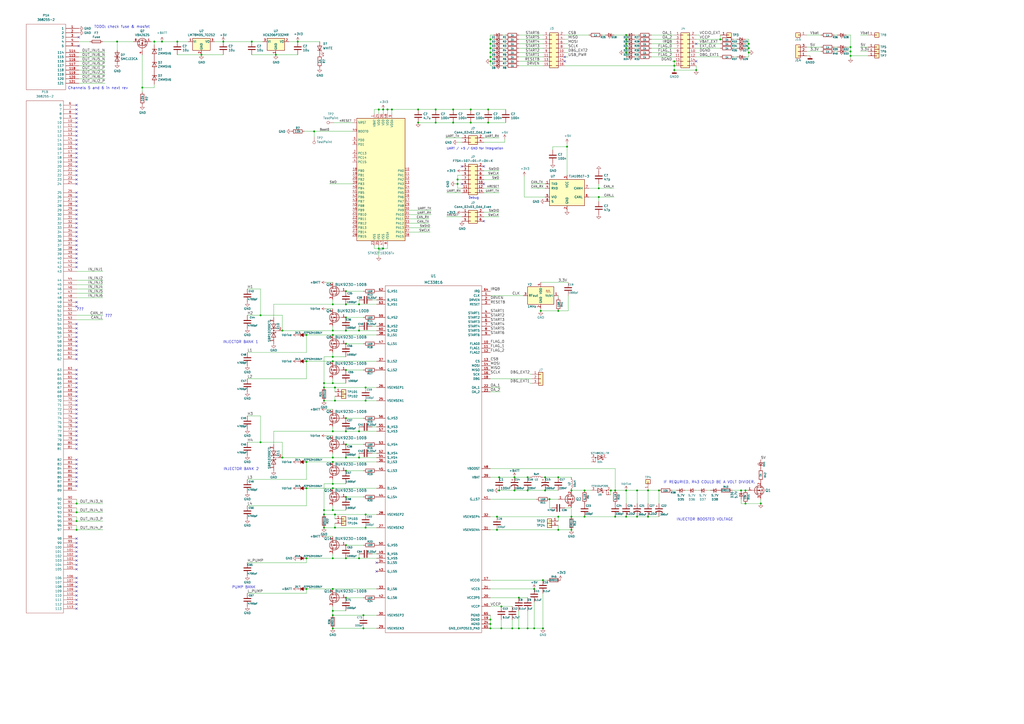
<source format=kicad_sch>
(kicad_sch (version 20211123) (generator eeschema)
  (paper "A2")
  (title_block (title "GDI 4ch") (date "2022-01-04") (rev "rev. a") (company "rusEFI.com"))
  (junction (at 306.07 364.49))
  (junction (at 200.66 214.63))
  (junction (at 363.22 22.86))
  (junction (at 200.66 346.71))
  (junction (at 273.05 63.5))
  (junction (at 222.25 144.145))
  (junction (at 284.48 30.48))
  (junction (at 67.945 24.13))
  (junction (at 200.66 250.19))
  (junction (at 116.84 31.75))
  (junction (at 89.535 24.13))
  (junction (at 193.04 280.67))
  (junction (at 200.66 323.85))
  (junction (at 163.83 265.43))
  (junction (at 339.09 284.48))
  (junction (at 44.45 302.26))
  (junction (at 363.22 284.48))
  (junction (at 187.96 306.07))
  (junction (at 193.04 209.55))
  (junction (at 316.23 276.86))
  (junction (at 290.83 364.49))
  (junction (at 298.45 276.86))
  (junction (at 208.28 191.77))
  (junction (at 347.345 114.3))
  (junction (at 493.395 29.845))
  (junction (at 177.8 323.85))
  (junction (at 403.86 40.64))
  (junction (at 306.07 284.48))
  (junction (at 300.99 364.49))
  (junction (at 363.22 27.94))
  (junction (at 193.04 222.25))
  (junction (at 284.48 22.86))
  (junction (at 331.47 307.34))
  (junction (at 200.66 288.29))
  (junction (at 194.31 224.79))
  (junction (at 284.48 25.4))
  (junction (at 331.47 284.48))
  (junction (at 182.245 76.2))
  (junction (at 252.73 71.12))
  (junction (at 323.85 276.86))
  (junction (at 284.48 361.95))
  (junction (at 262.89 71.12))
  (junction (at 193.04 191.77))
  (junction (at 160.02 31.75))
  (junction (at 309.88 364.49))
  (junction (at 252.73 63.5))
  (junction (at 288.29 307.34))
  (junction (at 309.88 341.63))
  (junction (at 193.04 176.53))
  (junction (at 242.57 63.5))
  (junction (at 200.66 316.23))
  (junction (at 193.04 194.31))
  (junction (at 363.22 25.4))
  (junction (at 193.04 283.21))
  (junction (at 193.04 267.97))
  (junction (at 369.57 284.48))
  (junction (at 194.31 306.07))
  (junction (at 284.48 27.94))
  (junction (at 200.66 199.39))
  (junction (at 200.66 242.57))
  (junction (at 339.09 299.72))
  (junction (at 187.96 232.41))
  (junction (at 298.45 284.48))
  (junction (at 219.71 144.145))
  (junction (at 210.82 356.87))
  (junction (at 434.34 30.48))
  (junction (at 331.47 299.72))
  (junction (at 208.28 265.43))
  (junction (at 200.66 184.15))
  (junction (at 187.96 295.91))
  (junction (at 265.43 106.68))
  (junction (at 391.16 40.64))
  (junction (at 328.93 85.09))
  (junction (at 187.96 224.79))
  (junction (at 391.16 38.1))
  (junction (at 82.55 50.8))
  (junction (at 314.96 364.49))
  (junction (at 200.66 273.05))
  (junction (at 151.13 256.54))
  (junction (at 363.22 299.72))
  (junction (at 300.99 346.71))
  (junction (at 363.22 30.48))
  (junction (at 356.87 299.72))
  (junction (at 354.33 284.48))
  (junction (at 356.87 284.48))
  (junction (at 177.8 283.21))
  (junction (at 193.04 356.87))
  (junction (at 193.04 364.49))
  (junction (at 200.66 257.81))
  (junction (at 194.31 298.45))
  (junction (at 375.92 284.48))
  (junction (at 200.66 191.77))
  (junction (at 441.325 292.1))
  (junction (at 224.79 63.5))
  (junction (at 323.85 299.72))
  (junction (at 102.87 24.13))
  (junction (at 177.8 194.31))
  (junction (at 289.56 276.86))
  (junction (at 193.04 295.91))
  (junction (at 210.82 364.49))
  (junction (at 284.48 33.02))
  (junction (at 429.895 284.48))
  (junction (at 369.57 299.72))
  (junction (at 222.25 63.5))
  (junction (at 208.28 323.85))
  (junction (at 262.89 63.5))
  (junction (at 193.04 207.01))
  (junction (at 265.43 104.14))
  (junction (at 306.07 276.86))
  (junction (at 187.96 222.25))
  (junction (at 417.83 22.86))
  (junction (at 363.22 20.32))
  (junction (at 316.23 284.48))
  (junction (at 219.71 63.5))
  (junction (at 193.04 323.85))
  (junction (at 313.69 180.34))
  (junction (at 93.98 24.13))
  (junction (at 193.04 250.19))
  (junction (at 283.21 71.12))
  (junction (at 163.83 191.77))
  (junction (at 172.72 24.13))
  (junction (at 177.8 341.63))
  (junction (at 212.09 232.41))
  (junction (at 323.85 307.34))
  (junction (at 375.92 299.72))
  (junction (at 146.05 24.13))
  (junction (at 129.54 24.13))
  (junction (at 284.48 359.41))
  (junction (at 289.56 284.48))
  (junction (at 227.33 63.5))
  (junction (at 318.77 289.56))
  (junction (at 151.13 182.88))
  (junction (at 200.66 176.53))
  (junction (at 208.28 250.19))
  (junction (at 200.66 168.91))
  (junction (at 187.96 298.45))
  (junction (at 242.57 71.12))
  (junction (at 212.09 224.79))
  (junction (at 288.29 299.72))
  (junction (at 208.28 176.53))
  (junction (at 284.48 364.49))
  (junction (at 177.8 209.55))
  (junction (at 194.31 232.41))
  (junction (at 391.16 35.56))
  (junction (at 200.66 265.43))
  (junction (at 212.09 306.07))
  (junction (at 193.04 265.43))
  (junction (at 212.09 298.45))
  (junction (at 193.04 341.63))
  (junction (at 44.45 292.1))
  (junction (at 432.435 284.48))
  (junction (at 347.345 109.22))
  (junction (at 290.83 351.79))
  (junction (at 432.435 292.1))
  (junction (at 193.04 354.33))
  (junction (at 382.27 284.48))
  (junction (at 297.18 364.49))
  (junction (at 314.96 336.55))
  (junction (at 44.45 307.34))
  (junction (at 284.48 35.56))
  (junction (at 434.34 25.4))
  (junction (at 434.34 27.94))
  (junction (at 493.395 32.385))
  (junction (at 283.21 63.5))
  (junction (at 44.45 297.18))
  (junction (at 273.05 71.12))
  (junction (at 493.395 27.305))
  (junction (at 323.85 180.34))
  (junction (at 177.8 267.97))
  (no_connect (at 403.86 25.4))
  (no_connect (at 327.66 35.56))
  (no_connect (at 44.45 175.26))
  (no_connect (at 44.45 177.8))
  (no_connect (at 267.97 106.68))
  (no_connect (at 267.97 96.52))
  (no_connect (at 280.67 96.52))
  (no_connect (at 280.67 106.68))
  (no_connect (at 44.45 190.5))
  (no_connect (at 44.45 193.04))
  (no_connect (at 44.45 195.58))
  (no_connect (at 44.45 198.12))
  (no_connect (at 44.45 200.66))
  (no_connect (at 44.45 203.2))
  (no_connect (at 44.45 205.74))
  (no_connect (at 44.45 208.28))
  (no_connect (at 44.45 214.63))
  (no_connect (at 44.45 217.17))
  (no_connect (at 44.45 219.71))
  (no_connect (at 44.45 222.25))
  (no_connect (at 44.45 224.79))
  (no_connect (at 44.45 227.33))
  (no_connect (at 44.45 229.87))
  (no_connect (at 44.45 232.41))
  (no_connect (at 44.45 234.95))
  (no_connect (at 44.45 237.49))
  (no_connect (at 44.45 240.03))
  (no_connect (at 44.45 242.57))
  (no_connect (at 44.45 245.11))
  (no_connect (at 44.45 247.65))
  (no_connect (at 44.45 250.19))
  (no_connect (at 44.45 252.73))
  (no_connect (at 44.45 255.27))
  (no_connect (at 44.45 257.81))
  (no_connect (at 44.45 260.35))
  (no_connect (at 44.45 266.7))
  (no_connect (at 44.45 269.24))
  (no_connect (at 44.45 271.78))
  (no_connect (at 44.45 274.32))
  (no_connect (at 44.45 276.86))
  (no_connect (at 44.45 279.4))
  (no_connect (at 44.45 281.94))
  (no_connect (at 44.45 187.96))
  (no_connect (at 280.67 128.27))
  (no_connect (at 218.44 331.47))
  (no_connect (at 218.44 326.39))
  (no_connect (at 327.66 33.02))
  (no_connect (at 44.45 314.96))
  (no_connect (at 44.45 317.5))
  (no_connect (at 44.45 320.04))
  (no_connect (at 44.45 322.58))
  (no_connect (at 44.45 325.12))
  (no_connect (at 44.45 327.66))
  (no_connect (at 44.45 330.2))
  (no_connect (at 44.45 335.28))
  (no_connect (at 44.45 337.82))
  (no_connect (at 44.45 340.36))
  (no_connect (at 44.45 342.9))
  (no_connect (at 44.45 345.44))
  (no_connect (at 44.45 347.98))
  (no_connect (at 44.45 350.52))
  (no_connect (at 44.45 353.06))
  (no_connect (at 44.45 312.42))
  (no_connect (at 44.45 66.04))
  (no_connect (at 44.45 68.58))
  (no_connect (at 44.45 71.12))
  (no_connect (at 44.45 114.3))
  (no_connect (at 44.45 116.84))
  (no_connect (at 44.45 119.38))
  (no_connect (at 44.45 121.92))
  (no_connect (at 44.45 124.46))
  (no_connect (at 44.45 127))
  (no_connect (at 44.45 129.54))
  (no_connect (at 44.45 132.08))
  (no_connect (at 44.45 134.62))
  (no_connect (at 44.45 137.16))
  (no_connect (at 44.45 139.7))
  (no_connect (at 44.45 142.24))
  (no_connect (at 44.45 144.78))
  (no_connect (at 44.45 147.32))
  (no_connect (at 44.45 149.86))
  (no_connect (at 44.45 60.96))
  (no_connect (at 44.45 63.5))
  (no_connect (at 44.45 73.66))
  (no_connect (at 44.45 76.2))
  (no_connect (at 44.45 78.74))
  (no_connect (at 44.45 81.28))
  (no_connect (at 44.45 83.82))
  (no_connect (at 44.45 86.36))
  (no_connect (at 44.45 88.9))
  (no_connect (at 44.45 91.44))
  (no_connect (at 44.45 93.98))
  (no_connect (at 44.45 96.52))
  (no_connect (at 44.45 99.06))
  (no_connect (at 44.45 101.6))
  (no_connect (at 44.45 104.14))
  (no_connect (at 44.45 106.68))
  (no_connect (at 44.45 111.76))
  (no_connect (at 44.45 152.4))
  (no_connect (at 44.45 154.94))
  (no_connect (at 45.72 21.59))
  (no_connect (at 45.72 26.67))
  (no_connect (at 403.86 35.56))
  (wire (pts (xy 329.565 180.34) (xy 329.565 171.45)))
  (wire (pts (xy 306.07 284.48) (xy 316.23 284.48)))
  (wire (pts (xy 403.86 284.48) (xy 405.13 284.48)))
  (wire (pts (xy 215.9 189.23) (xy 218.44 189.23)))
  (wire (pts (xy 300.99 33.02) (xy 314.96 33.02)))
  (wire (pts (xy 177.8 341.63) (xy 177.8 344.17)))
  (wire (pts (xy 193.04 250.19) (xy 193.04 247.65)))
  (wire (pts (xy 193.04 321.31) (xy 193.04 323.85)))
  (wire (pts (xy 44.45 170.18) (xy 59.69 170.18)))
  (wire (pts (xy 441.325 292.1) (xy 432.435 292.1)))
  (wire (pts (xy 187.96 295.91) (xy 193.04 295.91)))
  (wire (pts (xy 252.73 63.5) (xy 262.89 63.5)))
  (wire (pts (xy 441.325 289.56) (xy 441.325 292.1)))
  (wire (pts (xy 89.535 50.8) (xy 82.55 50.8)))
  (wire (pts (xy 193.04 341.63) (xy 218.44 341.63)))
  (wire (pts (xy 284.48 35.56) (xy 286.385 35.56)))
  (wire (pts (xy 375.92 299.72) (xy 382.27 299.72)))
  (wire (pts (xy 403.86 30.48) (xy 405.765 30.48)))
  (wire (pts (xy 44.45 172.72) (xy 59.69 172.72)))
  (wire (pts (xy 227.33 63.5) (xy 242.57 63.5)))
  (wire (pts (xy 45.72 45.72) (xy 60.96 45.72)))
  (wire (pts (xy 493.395 20.32) (xy 493.395 27.305)))
  (wire (pts (xy 218.44 250.19) (xy 208.28 250.19)))
  (wire (pts (xy 217.17 144.145) (xy 219.71 144.145)))
  (wire (pts (xy 237.49 129.54) (xy 248.92 129.54)))
  (wire (pts (xy 389.89 35.56) (xy 391.16 35.56)))
  (wire (pts (xy 327.66 27.94) (xy 329.565 27.94)))
  (wire (pts (xy 177.8 209.55) (xy 193.04 209.55)))
  (wire (pts (xy 328.93 85.09) (xy 328.93 101.6)))
  (wire (pts (xy 224.79 144.145) (xy 222.25 144.145)))
  (wire (pts (xy 193.04 219.71) (xy 193.04 222.25)))
  (wire (pts (xy 215.9 247.65) (xy 218.44 247.65)))
  (wire (pts (xy 284.48 30.48) (xy 284.48 27.94)))
  (wire (pts (xy 44.45 167.64) (xy 59.69 167.64)))
  (wire (pts (xy 289.56 101.6) (xy 280.67 101.6)))
  (wire (pts (xy 227.33 66.04) (xy 227.33 63.5)))
  (wire (pts (xy 151.13 241.3) (xy 151.13 256.54)))
  (wire (pts (xy 222.25 142.24) (xy 222.25 144.145)))
  (wire (pts (xy 363.22 30.48) (xy 363.22 33.02)))
  (wire (pts (xy 316.23 114.3) (xy 304.165 114.3)))
  (wire (pts (xy 306.07 276.86) (xy 307.34 276.86)))
  (wire (pts (xy 208.28 262.89) (xy 208.28 265.43)))
  (wire (pts (xy 290.83 364.49) (xy 297.18 364.49)))
  (wire (pts (xy 187.96 222.25) (xy 187.96 207.01)))
  (wire (pts (xy 300.99 35.56) (xy 314.96 35.56)))
  (wire (pts (xy 177.8 204.47) (xy 143.51 204.47)))
  (wire (pts (xy 82.55 31.75) (xy 82.55 50.8)))
  (wire (pts (xy 200.66 191.77) (xy 208.28 191.77)))
  (wire (pts (xy 280.67 82.55) (xy 292.735 82.55)))
  (wire (pts (xy 297.18 364.49) (xy 300.99 364.49)))
  (wire (pts (xy 289.56 109.22) (xy 280.67 109.22)))
  (wire (pts (xy 300.99 38.1) (xy 314.96 38.1)))
  (wire (pts (xy 237.49 124.46) (xy 250.19 124.46)))
  (wire (pts (xy 193.04 222.25) (xy 200.66 222.25)))
  (wire (pts (xy 347.345 114.3) (xy 341.63 114.3)))
  (wire (pts (xy 189.23 179.07) (xy 193.04 179.07)))
  (wire (pts (xy 187.96 207.01) (xy 193.04 207.01)))
  (wire (pts (xy 347.345 109.22) (xy 341.63 109.22)))
  (wire (pts (xy 280.67 123.19) (xy 289.56 123.19)))
  (wire (pts (xy 370.205 20.32) (xy 368.3 20.32)))
  (wire (pts (xy 194.31 224.79) (xy 194.31 227.33)))
  (wire (pts (xy 467.995 27.305) (xy 476.25 27.305)))
  (wire (pts (xy 434.34 33.02) (xy 432.435 33.02)))
  (wire (pts (xy 193.04 364.49) (xy 210.82 364.49)))
  (wire (pts (xy 52.07 24.13) (xy 45.72 24.13)))
  (wire (pts (xy 293.37 30.48) (xy 291.465 30.48)))
  (wire (pts (xy 262.89 63.5) (xy 273.05 63.5)))
  (wire (pts (xy 89.535 48.895) (xy 89.535 50.8)))
  (wire (pts (xy 44.45 182.88) (xy 59.69 182.88)))
  (wire (pts (xy 318.77 289.56) (xy 318.77 294.64)))
  (wire (pts (xy 354.33 287.02) (xy 354.33 284.48)))
  (wire (pts (xy 293.37 20.32) (xy 291.465 20.32)))
  (wire (pts (xy 300.99 354.33) (xy 300.99 364.49)))
  (wire (pts (xy 242.57 63.5) (xy 252.73 63.5)))
  (wire (pts (xy 193.04 280.67) (xy 200.66 280.67)))
  (wire (pts (xy 200.66 273.05) (xy 210.82 273.05)))
  (wire (pts (xy 222.25 63.5) (xy 224.79 63.5)))
  (wire (pts (xy 187.96 295.91) (xy 187.96 280.67)))
  (wire (pts (xy 163.83 191.77) (xy 193.04 191.77)))
  (wire (pts (xy 304.165 114.3) (xy 304.165 102.235)))
  (wire (pts (xy 44.45 304.8) (xy 44.45 307.34)))
  (wire (pts (xy 200.66 295.91) (xy 193.04 295.91)))
  (wire (pts (xy 177.8 194.31) (xy 177.8 204.47)))
  (wire (pts (xy 200.66 265.43) (xy 208.28 265.43)))
  (wire (pts (xy 252.73 71.12) (xy 262.89 71.12)))
  (wire (pts (xy 370.205 33.02) (xy 368.3 33.02)))
  (wire (pts (xy 193.04 250.19) (xy 200.66 250.19)))
  (wire (pts (xy 369.57 284.48) (xy 369.57 292.1)))
  (wire (pts (xy 208.28 323.85) (xy 218.44 323.85)))
  (wire (pts (xy 284.48 346.71) (xy 300.99 346.71)))
  (wire (pts (xy 327.66 25.4) (xy 329.565 25.4)))
  (wire (pts (xy 339.09 284.48) (xy 342.9 284.48)))
  (wire (pts (xy 293.37 35.56) (xy 291.465 35.56)))
  (wire (pts (xy 377.825 30.48) (xy 391.16 30.48)))
  (wire (pts (xy 265.43 109.22) (xy 265.43 106.68)))
  (wire (pts (xy 176.53 76.2) (xy 182.245 76.2)))
  (wire (pts (xy 163.83 265.43) (xy 193.04 265.43)))
  (wire (pts (xy 267.97 111.76) (xy 259.08 111.76)))
  (wire (pts (xy 369.57 284.48) (xy 375.92 284.48)))
  (wire (pts (xy 339.09 299.72) (xy 356.87 299.72)))
  (wire (pts (xy 151.13 182.88) (xy 151.13 167.64)))
  (wire (pts (xy 45.72 30.48) (xy 60.96 30.48)))
  (wire (pts (xy 193.04 267.97) (xy 218.44 267.97)))
  (wire (pts (xy 370.205 25.4) (xy 368.3 25.4)))
  (wire (pts (xy 293.37 33.02) (xy 291.465 33.02)))
  (wire (pts (xy 87.63 24.13) (xy 89.535 24.13)))
  (wire (pts (xy 187.96 222.25) (xy 193.04 222.25)))
  (wire (pts (xy 77.47 24.13) (xy 67.945 24.13)))
  (wire (pts (xy 327.66 294.64) (xy 331.47 294.64)))
  (wire (pts (xy 327.66 33.02) (xy 329.565 33.02)))
  (wire (pts (xy 89.535 24.13) (xy 93.98 24.13)))
  (wire (pts (xy 44.45 299.72) (xy 44.45 302.26)))
  (wire (pts (xy 483.87 20.32) (xy 485.775 20.32)))
  (wire (pts (xy 189.23 237.49) (xy 193.04 237.49)))
  (wire (pts (xy 323.85 172.72) (xy 323.85 171.45)))
  (wire (pts (xy 284.48 271.78) (xy 356.87 271.78)))
  (wire (pts (xy 224.79 142.24) (xy 224.79 144.145)))
  (wire (pts (xy 45.72 40.64) (xy 60.96 40.64)))
  (wire (pts (xy 309.88 349.25) (xy 309.88 364.49)))
  (wire (pts (xy 215.9 262.89) (xy 218.44 262.89)))
  (wire (pts (xy 158.75 176.53) (xy 193.04 176.53)))
  (wire (pts (xy 318.77 294.64) (xy 320.04 294.64)))
  (wire (pts (xy 193.04 189.23) (xy 193.04 191.77)))
  (wire (pts (xy 503.555 32.385) (xy 493.395 32.385)))
  (wire (pts (xy 317.5 336.55) (xy 314.96 336.55)))
  (wire (pts (xy 349.25 20.32) (xy 351.155 20.32)))
  (wire (pts (xy 187.96 306.07) (xy 194.31 306.07)))
  (wire (pts (xy 403.86 40.64) (xy 391.16 40.64)))
  (wire (pts (xy 293.37 22.86) (xy 291.465 22.86)))
  (wire (pts (xy 297.18 359.41) (xy 297.18 364.49)))
  (wire (pts (xy 210.82 364.49) (xy 218.44 364.49)))
  (wire (pts (xy 363.22 284.48) (xy 369.57 284.48)))
  (wire (pts (xy 391.16 38.1) (xy 391.16 40.64)))
  (wire (pts (xy 300.99 20.32) (xy 314.96 20.32)))
  (wire (pts (xy 356.87 299.72) (xy 363.22 299.72)))
  (wire (pts (xy 284.48 299.72) (xy 288.29 299.72)))
  (wire (pts (xy 208.28 321.31) (xy 208.28 323.85)))
  (wire (pts (xy 44.45 307.34) (xy 59.69 307.34)))
  (wire (pts (xy 363.22 25.4) (xy 363.22 27.94)))
  (wire (pts (xy 265.43 104.14) (xy 265.43 101.6)))
  (wire (pts (xy 194.31 298.45) (xy 212.09 298.45)))
  (wire (pts (xy 242.57 71.12) (xy 252.73 71.12)))
  (wire (pts (xy 377.825 27.94) (xy 391.16 27.94)))
  (wire (pts (xy 194.31 229.87) (xy 194.31 232.41)))
  (wire (pts (xy 182.245 79.375) (xy 182.245 76.2)))
  (wire (pts (xy 208.28 250.19) (xy 200.66 250.19)))
  (wire (pts (xy 425.45 25.4) (xy 427.355 25.4)))
  (wire (pts (xy 323.85 307.34) (xy 331.47 307.34)))
  (wire (pts (xy 434.34 33.02) (xy 434.34 30.48)))
  (wire (pts (xy 193.04 351.79) (xy 193.04 354.33)))
  (wire (pts (xy 284.48 30.48) (xy 286.385 30.48)))
  (wire (pts (xy 467.995 32.385) (xy 469.9 32.385)))
  (wire (pts (xy 200.66 288.29) (xy 210.82 288.29)))
  (wire (pts (xy 403.86 22.86) (xy 417.83 22.86)))
  (wire (pts (xy 215.9 321.31) (xy 218.44 321.31)))
  (wire (pts (xy 193.04 194.31) (xy 218.44 194.31)))
  (wire (pts (xy 284.48 224.79) (xy 290.195 224.79)))
  (wire (pts (xy 193.04 354.33) (xy 200.66 354.33)))
  (wire (pts (xy 377.825 33.02) (xy 391.16 33.02)))
  (wire (pts (xy 363.22 20.32) (xy 356.235 20.32)))
  (wire (pts (xy 67.945 24.13) (xy 67.945 29.21)))
  (wire (pts (xy 177.8 283.21) (xy 177.8 293.37)))
  (wire (pts (xy 493.395 32.385) (xy 493.395 33.655)))
  (wire (pts (xy 158.75 184.15) (xy 158.75 176.53)))
  (wire (pts (xy 403.86 25.4) (xy 417.83 25.4)))
  (wire (pts (xy 187.96 298.45) (xy 187.96 295.91)))
  (wire (pts (xy 280.67 99.06) (xy 289.56 99.06)))
  (wire (pts (xy 284.48 341.63) (xy 309.88 341.63)))
  (wire (pts (xy 356.235 114.3) (xy 347.345 114.3)))
  (wire (pts (xy 187.96 224.79) (xy 194.31 224.79)))
  (wire (pts (xy 490.855 20.32) (xy 493.395 20.32)))
  (wire (pts (xy 208.28 173.99) (xy 208.28 176.53)))
  (wire (pts (xy 45.72 33.02) (xy 60.96 33.02)))
  (wire (pts (xy 313.69 179.07) (xy 313.69 180.34)))
  (wire (pts (xy 44.45 302.26) (xy 59.69 302.26)))
  (wire (pts (xy 44.45 292.1) (xy 59.69 292.1)))
  (wire (pts (xy 227.33 63.5) (xy 224.79 63.5)))
  (wire (pts (xy 347.345 106.68) (xy 347.345 109.22)))
  (wire (pts (xy 432.435 284.48) (xy 429.895 284.48)))
  (wire (pts (xy 289.56 125.73) (xy 280.67 125.73)))
  (wire (pts (xy 143.51 278.13) (xy 177.8 278.13)))
  (wire (pts (xy 284.48 356.87) (xy 284.48 359.41)))
  (wire (pts (xy 314.96 364.49) (xy 314.96 344.17)))
  (wire (pts (xy 217.17 63.5) (xy 219.71 63.5)))
  (wire (pts (xy 370.205 30.48) (xy 368.3 30.48)))
  (wire (pts (xy 354.33 284.48) (xy 356.87 284.48)))
  (wire (pts (xy 193.04 283.21) (xy 218.44 283.21)))
  (wire (pts (xy 327.66 22.86) (xy 329.565 22.86)))
  (wire (pts (xy 300.99 346.71) (xy 306.07 346.71)))
  (wire (pts (xy 237.49 127) (xy 248.92 127)))
  (wire (pts (xy 292.735 82.55) (xy 292.735 80.645)))
  (wire (pts (xy 284.48 33.02) (xy 286.385 33.02)))
  (wire (pts (xy 44.45 297.18) (xy 59.69 297.18)))
  (wire (pts (xy 331.47 295.275) (xy 331.47 299.72)))
  (wire (pts (xy 320.675 85.09) (xy 320.675 86.995)))
  (wire (pts (xy 151.13 256.54) (xy 163.83 256.54)))
  (wire (pts (xy 237.49 132.08) (xy 249.555 132.08)))
  (wire (pts (xy 44.45 162.56) (xy 59.69 162.56)))
  (wire (pts (xy 382.27 284.48) (xy 382.27 292.1)))
  (wire (pts (xy 306.07 354.33) (xy 306.07 364.49)))
  (wire (pts (xy 102.87 31.75) (xy 116.84 31.75)))
  (wire (pts (xy 307.34 222.25) (xy 308.61 222.25)))
  (wire (pts (xy 323.85 299.72) (xy 323.85 302.26)))
  (wire (pts (xy 250.19 121.92) (xy 237.49 121.92)))
  (wire (pts (xy 284.48 25.4) (xy 286.385 25.4)))
  (wire (pts (xy 356.87 271.78) (xy 356.87 284.48)))
  (wire (pts (xy 499.11 29.845) (xy 503.555 29.845)))
  (wire (pts (xy 215.9 173.99) (xy 218.44 173.99)))
  (wire (pts (xy 177.8 209.55) (xy 177.8 219.71)))
  (wire (pts (xy 189.23 252.73) (xy 193.04 252.73)))
  (wire (pts (xy 328.93 85.09) (xy 320.675 85.09)))
  (wire (pts (xy 284.48 20.32) (xy 286.385 20.32)))
  (wire (pts (xy 265.43 106.68) (xy 265.43 104.14)))
  (wire (pts (xy 493.395 27.305) (xy 493.395 29.845)))
  (wire (pts (xy 193.04 250.19) (xy 158.75 250.19)))
  (wire (pts (xy 410.21 284.48) (xy 412.115 284.48)))
  (wire (pts (xy 434.34 25.4) (xy 432.435 25.4)))
  (wire (pts (xy 224.79 66.04) (xy 224.79 63.5)))
  (wire (pts (xy 300.99 30.48) (xy 314.96 30.48)))
  (wire (pts (xy 377.825 20.32) (xy 391.16 20.32)))
  (wire (pts (xy 467.995 20.32) (xy 476.25 20.32)))
  (wire (pts (xy 298.45 284.48) (xy 306.07 284.48)))
  (wire (pts (xy 370.205 27.94) (xy 368.3 27.94)))
  (wire (pts (xy 93.98 24.13) (xy 102.87 24.13)))
  (wire (pts (xy 45.72 48.26) (xy 60.96 48.26)))
  (wire (pts (xy 490.855 29.845) (xy 493.395 29.845)))
  (wire (pts (xy 363.22 22.86) (xy 363.22 25.4)))
  (wire (pts (xy 329.565 163.83) (xy 313.69 163.83)))
  (wire (pts (xy 177.8 323.85) (xy 177.8 326.39)))
  (wire (pts (xy 200.66 323.85) (xy 208.28 323.85)))
  (wire (pts (xy 289.56 80.01) (xy 280.67 80.01)))
  (wire (pts (xy 284.48 219.71) (xy 308.61 219.71)))
  (wire (pts (xy 146.05 24.13) (xy 152.4 24.13)))
  (wire (pts (xy 177.8 341.63) (xy 193.04 341.63)))
  (wire (pts (xy 44.45 289.56) (xy 44.45 292.1)))
  (wire (pts (xy 284.48 276.86) (xy 289.56 276.86)))
  (wire (pts (xy 44.45 157.48) (xy 59.69 157.48)))
  (wire (pts (xy 151.13 182.88) (xy 163.83 182.88)))
  (wire (pts (xy 298.45 276.86) (xy 306.07 276.86)))
  (wire (pts (xy 434.34 25.4) (xy 434.34 22.86)))
  (wire (pts (xy 284.48 307.34) (xy 288.29 307.34)))
  (wire (pts (xy 284.48 22.86) (xy 284.48 20.32)))
  (wire (pts (xy 267.97 82.55) (xy 265.43 82.55)))
  (wire (pts (xy 217.17 142.24) (xy 217.17 144.145)))
  (wire (pts (xy 200.66 199.39) (xy 210.82 199.39)))
  (wire (pts (xy 323.85 304.8) (xy 323.85 307.34)))
  (wire (pts (xy 187.96 280.67) (xy 193.04 280.67)))
  (wire (pts (xy 143.51 344.17) (xy 177.8 344.17)))
  (wire (pts (xy 44.45 185.42) (xy 59.69 185.42)))
  (wire (pts (xy 289.56 111.76) (xy 280.67 111.76)))
  (wire (pts (xy 375.92 284.48) (xy 375.92 292.1)))
  (wire (pts (xy 290.83 351.79) (xy 297.18 351.79)))
  (wire (pts (xy 300.99 364.49) (xy 306.07 364.49)))
  (wire (pts (xy 309.88 364.49) (xy 314.96 364.49)))
  (wire (pts (xy 284.48 364.49) (xy 290.83 364.49)))
  (wire (pts (xy 158.75 250.19) (xy 158.75 257.81)))
  (wire (pts (xy 267.97 104.14) (xy 265.43 104.14)))
  (wire (pts (xy 467.995 29.845) (xy 476.25 29.845)))
  (wire (pts (xy 219.71 66.04) (xy 219.71 63.5)))
  (wire (pts (xy 369.57 299.72) (xy 375.92 299.72)))
  (wire (pts (xy 377.825 22.86) (xy 391.16 22.86)))
  (wire (pts (xy 289.56 276.86) (xy 298.45 276.86)))
  (wire (pts (xy 177.8 219.71) (xy 143.51 219.71)))
  (wire (pts (xy 172.72 24.13) (xy 185.42 24.13)))
  (wire (pts (xy 490.855 27.305) (xy 493.395 27.305)))
  (wire (pts (xy 82.55 50.8) (xy 82.55 53.34)))
  (wire (pts (xy 307.34 217.17) (xy 308.61 217.17)))
  (wire (pts (xy 403.86 20.32) (xy 405.765 20.32)))
  (wire (pts (xy 200.66 184.15) (xy 210.82 184.15)))
  (wire (pts (xy 219.71 144.145) (xy 219.71 142.24)))
  (wire (pts (xy 389.89 284.48) (xy 392.43 284.48)))
  (wire (pts (xy 200.66 346.71) (xy 210.82 346.71)))
  (wire (pts (xy 499.11 27.305) (xy 503.555 27.305)))
  (wire (pts (xy 424.815 284.48) (xy 429.895 284.48)))
  (wire (pts (xy 397.51 284.48) (xy 398.78 284.48)))
  (wire (pts (xy 323.85 180.34) (xy 329.565 180.34)))
  (wire (pts (xy 290.83 359.41) (xy 290.83 364.49)))
  (wire (pts (xy 267.97 109.22) (xy 265.43 109.22)))
  (wire (pts (xy 284.48 27.94) (xy 286.385 27.94)))
  (wire (pts (xy 249.555 134.62) (xy 237.49 134.62)))
  (wire (pts (xy 300.99 27.94) (xy 314.96 27.94)))
  (wire (pts (xy 284.48 38.1) (xy 286.385 38.1)))
  (wire (pts (xy 177.8 267.97) (xy 177.8 278.13)))
  (wire (pts (xy 163.83 265.43) (xy 163.83 256.54)))
  (wire (pts (xy 200.66 242.57) (xy 210.82 242.57)))
  (wire (pts (xy 318.77 289.56) (xy 323.85 289.56)))
  (wire (pts (xy 45.72 35.56) (xy 60.96 35.56)))
  (wire (pts (xy 293.37 38.1) (xy 291.465 38.1)))
  (wire (pts (xy 219.71 148.59) (xy 219.71 144.145)))
  (wire (pts (xy 391.16 35.56) (xy 391.16 38.1)))
  (wire (pts (xy 284.48 25.4) (xy 284.48 22.86)))
  (wire (pts (xy 493.395 29.845) (xy 493.395 32.385)))
  (wire (pts (xy 189.23 163.83) (xy 193.04 163.83)))
  (wire (pts (xy 182.245 76.2) (xy 204.47 76.2)))
  (wire (pts (xy 323.85 299.72) (xy 331.47 299.72)))
  (wire (pts (xy 208.28 176.53) (xy 218.44 176.53)))
  (wire (pts (xy 288.29 299.72) (xy 323.85 299.72)))
  (wire (pts (xy 356.87 284.48) (xy 363.22 284.48)))
  (wire (pts (xy 210.82 356.87) (xy 218.44 356.87)))
  (wire (pts (xy 425.45 33.02) (xy 427.355 33.02)))
  (wire (pts (xy 222.25 144.145) (xy 219.71 144.145)))
  (wire (pts (xy 434.34 27.94) (xy 432.435 27.94)))
  (wire (pts (xy 193.04 207.01) (xy 193.04 204.47)))
  (wire (pts (xy 432.435 292.1) (xy 429.895 292.1)))
  (wire (pts (xy 44.45 165.1) (xy 59.69 165.1)))
  (wire (pts (xy 293.37 25.4) (xy 291.465 25.4)))
  (wire (pts (xy 331.47 284.48) (xy 339.09 284.48)))
  (wire (pts (xy 323.85 276.86) (xy 331.47 276.86)))
  (wire (pts (xy 193.04 278.13) (xy 193.04 280.67)))
  (wire (pts (xy 280.67 104.14) (xy 289.56 104.14)))
  (wire (pts (xy 200.66 257.81) (xy 210.82 257.81)))
  (wire (pts (xy 193.04 265.43) (xy 200.66 265.43)))
  (wire (pts (xy 177.8 323.85) (xy 193.04 323.85)))
  (wire (pts (xy 151.13 167.64) (xy 143.51 167.64)))
  (wire (pts (xy 284.48 289.56) (xy 311.15 289.56)))
  (wire (pts (xy 177.8 326.39) (xy 143.51 326.39)))
  (wire (pts (xy 300.99 22.86) (xy 314.96 22.86)))
  (wire (pts (xy 219.71 63.5) (xy 222.25 63.5)))
  (wire (pts (xy 193.04 356.87) (xy 210.82 356.87)))
  (wire (pts (xy 328.93 83.185) (xy 328.93 85.09)))
  (wire (pts (xy 163.83 191.77) (xy 163.83 182.88)))
  (wire (pts (xy 258.445 80.01) (xy 267.97 80.01)))
  (wire (pts (xy 483.87 27.305) (xy 485.775 27.305)))
  (wire (pts (xy 331.47 299.72) (xy 339.09 299.72)))
  (wire (pts (xy 327.66 20.32) (xy 341.63 20.32)))
  (wire (pts (xy 177.8 283.21) (xy 193.04 283.21)))
  (wire (pts (xy 187.96 232.41) (xy 194.31 232.41)))
  (wire (pts (xy 363.22 299.72) (xy 369.57 299.72)))
  (wire (pts (xy 143.51 293.37) (xy 177.8 293.37)))
  (wire (pts (xy 146.05 31.75) (xy 160.02 31.75)))
  (wire (pts (xy 327.66 38.1) (xy 391.16 38.1)))
  (wire (pts (xy 483.87 29.845) (xy 485.775 29.845)))
  (wire (pts (xy 264.16 106.68) (xy 265.43 106.68)))
  (wire (pts (xy 434.34 30.48) (xy 434.34 27.94)))
  (wire (pts (xy 288.29 307.34) (xy 323.85 307.34)))
  (wire (pts (xy 323.85 180.34) (xy 313.69 180.34)))
  (wire (pts (xy 193.04 207.01) (xy 200.66 207.01)))
  (wire (pts (xy 208.28 265.43) (xy 218.44 265.43)))
  (wire (pts (xy 187.96 224.79) (xy 187.96 222.25)))
  (wire (pts (xy 143.51 241.3) (xy 151.13 241.3)))
  (wire (pts (xy 45.72 43.18) (xy 60.96 43.18)))
  (wire (pts (xy 67.945 24.13) (xy 59.69 24.13)))
  (wire (pts (xy 284.48 35.56) (xy 284.48 33.02)))
  (wire (pts (xy 375.92 284.48) (xy 382.27 284.48)))
  (wire (pts (xy 200.66 176.53) (xy 208.28 176.53)))
  (wire (pts (xy 212.09 224.79) (xy 218.44 224.79)))
  (wire (pts (xy 316.23 276.86) (xy 314.96 276.86)))
  (wire (pts (xy 217.17 66.04) (xy 217.17 63.5)))
  (wire (pts (xy 193.04 354.33) (xy 193.04 356.87)))
  (wire (pts (xy 300.99 25.4) (xy 314.96 25.4)))
  (wire (pts (xy 193.04 209.55) (xy 218.44 209.55)))
  (wire (pts (xy 284.48 351.79) (xy 290.83 351.79)))
  (wire (pts (xy 283.21 63.5) (xy 293.37 63.5)))
  (wire (pts (xy 284.48 22.86) (xy 286.385 22.86)))
  (wire (pts (xy 189.23 311.15) (xy 193.04 311.15)))
  (wire (pts (xy 284.48 171.45) (xy 303.53 171.45)))
  (wire (pts (xy 193.04 323.85) (xy 200.66 323.85)))
  (wire (pts (xy 356.235 109.22) (xy 347.345 109.22)))
  (wire (pts (xy 143.51 182.88) (xy 151.13 182.88)))
  (wire (pts (xy 284.48 359.41) (xy 284.48 361.95)))
  (wire (pts (xy 316.23 109.22) (xy 307.975 109.22)))
  (wire (pts (xy 204.47 106.68) (xy 191.135 106.68)))
  (wire (pts (xy 363.22 284.48) (xy 363.22 292.1)))
  (wire (pts (xy 194.31 306.07) (xy 212.09 306.07)))
  (wire (pts (xy 327.66 30.48) (xy 329.565 30.48)))
  (wire (pts (xy 284.48 38.1) (xy 284.48 35.56)))
  (wire (pts (xy 143.51 256.54) (xy 151.13 256.54)))
  (wire (pts (xy 417.83 20.32) (xy 417.83 22.86)))
  (wire (pts (xy 284.48 33.02) (xy 284.48 30.48)))
  (wire (pts (xy 316.23 276.86) (xy 323.85 276.86)))
  (wire (pts (xy 403.86 38.1) (xy 403.86 40.64)))
  (wire (pts (xy 204.47 71.12) (xy 193.675 71.12)))
  (wire (pts (xy 208.28 247.65) (xy 208.28 250.19)))
  (wire (pts (xy 377.825 25.4) (xy 391.16 25.4)))
  (wire (pts (xy 306.07 364.49) (xy 309.88 364.49)))
  (wire (pts (xy 273.05 63.5) (xy 283.21 63.5)))
  (wire (pts (xy 193.04 173.99) (xy 193.04 176.53)))
  (wire (pts (xy 289.56 284.48) (xy 298.45 284.48)))
  (wire (pts (xy 403.86 27.94) (xy 417.83 27.94)))
  (wire (pts (xy 273.05 71.12) (xy 283.21 71.12)))
  (wire (pts (xy 102.87 24.13) (xy 109.22 24.13)))
  (wire (pts (xy 363.22 20.32) (xy 363.22 22.86)))
  (wire (pts (xy 403.86 33.02) (xy 417.83 33.02)))
  (wire (pts (xy 193.04 295.91) (xy 193.04 293.37)))
  (wire (pts (xy 45.72 38.1) (xy 60.96 38.1)))
  (wire (pts (xy 283.21 71.12) (xy 293.37 71.12)))
  (wire (pts (xy 259.08 125.73) (xy 267.97 125.73)))
  (wire (pts (xy 434.34 27.94) (xy 434.34 25.4)))
  (wire (pts (xy 284.48 27.94) (xy 284.48 25.4)))
  (wire (pts (xy 347.345 114.3) (xy 347.345 116.84)))
  (wire (pts (xy 194.31 303.53) (xy 194.31 306.07)))
  (wire (pts (xy 124.46 24.13) (xy 129.54 24.13)))
  (wire (pts (xy 370.205 22.86) (xy 368.3 22.86)))
  (wire (pts (xy 222.25 63.5) (xy 222.25 66.04)))
  (wire (pts (xy 167.64 24.13) (xy 172.72 24.13)))
  (wire (pts (xy 177.8 267.97) (xy 193.04 267.97)))
  (wire (pts (xy 363.22 27.94) (xy 363.22 30.48)))
  (wire (pts (xy 212.09 232.41) (xy 218.44 232.41)))
  (wire (pts (xy 429.895 292.1) (xy 429.895 289.56)))
  (wire (pts (xy 208.28 189.23) (xy 208.28 191.77)))
  (wire (pts (xy 316.23 284.48) (xy 323.85 284.48)))
  (wire (pts (xy 200.66 316.23) (xy 210.82 316.23)))
  (wire (pts (xy 262.89 71.12) (xy 273.05 71.12)))
  (wire (pts (xy 177.8 194.31) (xy 193.04 194.31)))
  (wire (pts (xy 89.535 26.035) (xy 89.535 24.13)))
  (wire (pts (xy 193.04 262.89) (xy 193.04 265.43)))
  (wire (pts (xy 425.45 22.86) (xy 427.355 22.86)))
  (wire (pts (xy 212.09 306.07) (xy 218.44 306.07)))
  (wire (pts (xy 187.96 298.45) (xy 194.31 298.45)))
  (wire (pts (xy 194.31 224.79) (xy 212.09 224.79)))
  (wire (pts (xy 129.54 24.13) (xy 146.05 24.13)))
  (wire (pts (xy 265.43 101.6) (xy 267.97 101.6)))
  (wire (pts (xy 193.04 191.77) (xy 200.66 191.77)))
  (wire (pts (xy 433.705 284.48) (xy 432.435 284.48)))
  (wire (pts (xy 212.09 298.45) (xy 218.44 298.45)))
  (wire (pts (xy 194.31 232.41) (xy 212.09 232.41)))
  (wire (pts (xy 193.04 176.53) (xy 200.66 176.53)))
  (wire (pts (xy 200.66 214.63) (xy 210.82 214.63)))
  (wire (pts (xy 284.48 361.95) (xy 284.48 364.49)))
  (wire (pts (xy 434.34 22.86) (xy 432.435 22.86)))
  (wire (pts (xy 499.11 20.32) (xy 503.555 20.32)))
  (wire (pts (xy 284.48 336.55) (xy 314.96 336.55)))
  (wire (pts (xy 290.195 227.33) (xy 284.48 227.33)))
  (wire (pts (xy 200.66 168.91) (xy 210.82 168.91)))
  (wire (pts (xy 116.84 31.75) (xy 129.54 31.75)))
  (wire (pts (xy 194.31 298.45) (xy 194.31 300.99)))
  (wire (pts (xy 208.28 191.77) (xy 218.44 191.77)))
  (wire (pts (xy 361.95 30.48) (xy 363.22 30.48)))
  (wire (pts (xy 293.37 27.94) (xy 291.465 27.94)))
  (wire (pts (xy 307.975 106.68) (xy 316.23 106.68)))
  (wire (pts (xy 425.45 27.94) (xy 427.355 27.94)))
  (wire (pts (xy 160.02 31.75) (xy 172.72 31.75)))
  (wire (pts (xy 44.45 294.64) (xy 44.45 297.18)))
  (text "INJECTOR BANK 1\n" (at 149.86 199.39 180) (effects (font (size 1.524 1.524)) (justify right bottom)))
  (text "TODO: check fuse & mosfet" (at 54.61 16.51 0) (effects (font (size 1.524 1.524)) (justify left bottom)))
  (text "???" (at 44.45 180.34 0) (effects (font (size 1.524 1.524)) (justify left bottom)))
  (text "???" (at 60.96 184.15 0) (effects (font (size 1.524 1.524)) (justify left bottom)))
  (text "PUMP BANK" (at 134.62 341.63 0) (effects (font (size 1.524 1.524)) (justify left bottom)))
  (text "INJECTOR BOOSTED VOLTAGE\n" (at 392.43 302.26 0) (effects (font (size 1.524 1.524)) (justify left bottom)))
  (text "Debug" (at 271.78 115.57 0) (effects (font (size 1.27 1.27)) (justify left bottom)))
  (text "Channels 5 and 6 in next rev" (at 39.37 52.07 0) (effects (font (size 1.524 1.524)) (justify left bottom)))
  (text "INJECTOR BANK 2\n" (at 129.54 273.05 0) (effects (font (size 1.524 1.524)) (justify left bottom)))
  (text "UART / +5 / GND for integration" (at 259.08 86.995 0) (effects (font (size 1.27 1.27)) (justify left bottom)))
  (text "IF REQURIED, R43 COULD BE A VOLT DIVIDER." (at 384.81 280.67 0) (effects (font (size 1.524 1.524)) (justify left bottom)))
  (label "3.3V" (at 499.11 29.845 0) (effects (font (size 1.524 1.524))))
  (label "IN_INJ3" (at 59.69 165.1 180) (effects (font (size 1.524 1.524))))
  (label "MISO" (at 284.48 214.63 0) (effects (font (size 1.524 1.524))))
  (label "SWCLK" (at 249.555 134.62 180))
  (label "CAN_H" (at 59.69 182.88 180) (effects (font (size 1.524 1.524))))
  (label "UART_TX" (at 289.56 111.76 180))
  (label "DRVEN" (at 313.055 38.1 180) (effects (font (size 1.524 1.524))))
  (label "FLAG_0" (at 284.48 199.39 0) (effects (font (size 1.524 1.524))))
  (label "OUT_INJ2_N" (at 60.96 43.18 180) (effects (font (size 1.524 1.524))))
  (label "START4" (at 284.48 189.23 0) (effects (font (size 1.524 1.524))))
  (label "OUT_INJ3_P" (at 59.69 302.26 180) (effects (font (size 1.524 1.524))))
  (label "CAN_RX" (at 307.975 109.22 0))
  (label "OUT_INJ6_P" (at 60.96 45.72 180) (effects (font (size 1.524 1.524))))
  (label "L2" (at 143.51 219.71 0) (effects (font (size 1.524 1.524))))
  (label "L3" (at 143.51 278.13 0) (effects (font (size 1.524 1.524))))
  (label "OUT_INJ4_P" (at 59.69 307.34 180) (effects (font (size 1.524 1.524))))
  (label "H1" (at 143.51 167.64 0) (effects (font (size 1.524 1.524))))
  (label "EXT_CLK" (at 405.765 27.94 0) (effects (font (size 1.524 1.524))))
  (label "START5" (at 284.48 191.77 0) (effects (font (size 1.524 1.524))))
  (label "nRESET" (at 196.85 71.12 0))
  (label "Boot0" (at 185.42 76.2 0))
  (label "OUT_INJ1_N" (at 60.96 30.48 180) (effects (font (size 1.524 1.524))))
  (label "FLAG_1" (at 284.48 201.93 0) (effects (font (size 1.524 1.524))))
  (label "UART_RX" (at 250.19 124.46 180))
  (label "L_PUMP" (at 143.51 344.17 0) (effects (font (size 1.524 1.524))))
  (label "MISO" (at 329.565 22.86 0) (effects (font (size 1.524 1.524))))
  (label "H2" (at 143.51 182.88 0) (effects (font (size 1.524 1.524))))
  (label "OUT_INJ4_N" (at 59.69 297.18 180) (effects (font (size 1.524 1.524))))
  (label "START6" (at 313.055 20.32 180) (effects (font (size 1.524 1.524))))
  (label "IN_INJ4" (at 59.69 167.64 180) (effects (font (size 1.524 1.524))))
  (label "RESETB" (at 313.055 35.56 180) (effects (font (size 1.524 1.524))))
  (label "OA_1" (at 389.89 20.32 180) (effects (font (size 1.524 1.524))))
  (label "SWCLK" (at 289.56 125.73 180))
  (label "IN_INJ2" (at 59.69 162.56 180) (effects (font (size 1.524 1.524))))
  (label "DGND" (at 405.765 30.48 0) (effects (font (size 1.524 1.524))))
  (label "5V" (at 499.11 27.305 0) (effects (font (size 1.524 1.524))))
  (label "UART_TX" (at 258.445 80.01 0))
  (label "VCCP" (at 284.48 351.79 0) (effects (font (size 1.524 1.524))))
  (label "START2" (at 284.48 184.15 0) (effects (font (size 1.524 1.524))))
  (label "RESETB" (at 284.48 176.53 0) (effects (font (size 1.524 1.524))))
  (label "H3" (at 143.51 241.3 0) (effects (font (size 1.524 1.524))))
  (label "L1" (at 143.51 204.47 0) (effects (font (size 1.524 1.524))))
  (label "SWDIO" (at 249.555 132.08 180))
  (label "FLAG_0" (at 389.89 27.94 180) (effects (font (size 1.524 1.524))))
  (label "3.3V" (at 469.9 29.845 0) (effects (font (size 1.524 1.524))))
  (label "IN_INJ5" (at 59.69 170.18 180) (effects (font (size 1.524 1.524))))
  (label "START5" (at 313.055 22.86 180) (effects (font (size 1.524 1.524))))
  (label "DBG_EXT2" (at 329.565 30.48 0) (effects (font (size 1.524 1.524))))
  (label "START6" (at 284.48 194.31 0) (effects (font (size 1.524 1.524))))
  (label "5V" (at 441.325 266.7 0) (effects (font (size 1.524 1.524))))
  (label "UART_RX" (at 259.08 111.76 0))
  (label "Vbat" (at 499.11 20.32 0) (effects (font (size 1.524 1.524))))
  (label "UART_TX" (at 250.19 121.92 180))
  (label "nRESET" (at 259.08 125.73 0))
  (label "CAN_TX" (at 248.92 129.54 180))
  (label "CAN_H" (at 356.235 109.22 180))
  (label "DBG_EXT1" (at 307.34 222.25 180) (effects (font (size 1.524 1.524))))
  (label "OA_1" (at 284.48 224.79 0) (effects (font (size 1.524 1.524))))
  (label "IRQB" (at 284.48 168.91 0) (effects (font (size 1.524 1.524))))
  (label "START3" (at 313.055 27.94 180) (effects (font (size 1.524 1.524))))
  (label "SCLK" (at 329.565 27.94 0) (effects (font (size 1.524 1.524))))
  (label "DGND" (at 389.89 35.56 180) (effects (font (size 1.524 1.524))))
  (label "IN_INJ6" (at 59.69 172.72 180) (effects (font (size 1.524 1.524))))
  (label "OUT_INJ2_P" (at 60.96 48.26 180) (effects (font (size 1.524 1.524))))
  (label "DRVEN" (at 284.48 173.99 0) (effects (font (size 1.524 1.524))))
  (label "VCCIO_EXT" (at 405.765 20.32 0) (effects (font (size 1.524 1.524))))
  (label "Vbat" (at 469.9 20.32 0) (effects (font (size 1.524 1.524))))
  (label "CAN_RX" (at 248.92 127 180))
  (label "IRQB" (at 389.89 25.4 180) (effects (font (size 1.524 1.524))))
  (label "SWO" (at 191.135 106.68 0))
  (label "L4" (at 143.51 293.37 0) (effects (font (size 1.524 1.524))))
  (label "START2" (at 313.055 30.48 180) (effects (font (size 1.524 1.524))))
  (label "OA_2" (at 389.89 22.86 180) (effects (font (size 1.524 1.524))))
  (label "OUT_INJ1_P" (at 60.96 40.64 180) (effects (font (size 1.524 1.524))))
  (label "DBG_EXT2" (at 307.34 217.17 180) (effects (font (size 1.524 1.524))))
  (label "START1" (at 313.055 33.02 180) (effects (font (size 1.524 1.524))))
  (label "nRESET" (at 289.56 109.22 180))
  (label "FLAG_2" (at 284.48 204.47 0) (effects (font (size 1.524 1.524))))
  (label "5V" (at 469.9 27.305 0) (effects (font (size 1.524 1.524))))
  (label "H4" (at 143.51 256.54 0) (effects (font (size 1.524 1.524))))
  (label "START3" (at 284.48 186.69 0) (effects (font (size 1.524 1.524))))
  (label "MOSI" (at 329.565 25.4 0) (effects (font (size 1.524 1.524))))
  (label "OUT_INJ5_P" (at 60.96 38.1 180) (effects (font (size 1.524 1.524))))
  (label "FLAG_2" (at 389.89 33.02 180) (effects (font (size 1.524 1.524))))
  (label "SWDIO" (at 289.56 99.06 180))
  (label "SWO" (at 289.56 104.14 180))
  (label "SWCLK" (at 289.56 101.6 180))
  (label "VBAT_EXT" (at 405.765 25.4 0) (effects (font (size 1.524 1.524))))
  (label "SCLK" (at 284.48 217.17 0) (effects (font (size 1.524 1.524))))
  (label "OUT_INJ3_N" (at 59.69 292.1 180) (effects (font (size 1.524 1.524))))
  (label "FLAG_1" (at 389.89 30.48 180) (effects (font (size 1.524 1.524))))
  (label "OUT_INJ6_N" (at 60.96 33.02 180) (effects (font (size 1.524 1.524))))
  (label "DBG_EXT1" (at 405.765 33.02 0) (effects (font (size 1.524 1.524))))
  (label "SWDIO" (at 289.56 123.19 180))
  (label "IN_INJ1" (at 59.69 157.48 180) (effects (font (size 1.524 1.524))))
  (label "MOSI" (at 284.48 212.09 0) (effects (font (size 1.524 1.524))))
  (label "START1" (at 284.48 181.61 0) (effects (font (size 1.524 1.524))))
  (label "OA_2" (at 284.48 227.33 0) (effects (font (size 1.524 1.524))))
  (label "VCCP" (at 405.765 22.86 0) (effects (font (size 1.524 1.524))))
  (label "USB_PWR" (at 329.565 33.02 0) (effects (font (size 1.524 1.524))))
  (label "CAN_L" (at 356.235 114.3 180))
  (label "3.3V" (at 323.85 163.83 0) (effects (font (size 1.524 1.524))))
  (label "CSB" (at 329.565 20.32 0) (effects (font (size 1.524 1.524))))
  (label "CLK" (at 301.625 171.45 180) (effects (font (size 1.524 1.524))))
  (label "CAN_TX" (at 307.975 106.68 0))
  (label "H_PUMP" (at 143.51 326.39 0) (effects (font (size 1.524 1.524))))
  (label "UART_RX" (at 289.56 80.01 180))
  (label "CAN_L" (at 59.69 185.42 180) (effects (font (size 1.524 1.524))))
  (label "START4" (at 313.055 25.4 180) (effects (font (size 1.524 1.524))))
  (label "OUT_INJ5_N" (at 60.96 35.56 180) (effects (font (size 1.524 1.524))))
  (label "CSB" (at 284.48 209.55 0) (effects (font (size 1.524 1.524))))
  (symbol (lib_id "Device:D_Small_ALT") (at 175.26 341.63 0) (mirror x) (unit 1)
    (property "Reference" "D17" (at 172.72 340.36 0) (effects (font (size 1.016 1.016))))
    (property "Value" "STPS2H100UY" (at 181.61 340.36 0) (effects (font (size 1.016 1.016))))
    (property "Footprint" "Diodes_SMD:D_SMB" (effects hide))
    (property "MFG,MFG#" "ST,STPS2H100UY" (effects hide))
    (property "VEND1,VEND1#" "DIGI,497-11093-1-ND" (effects hide))
    (property "VEND2,VEND2#" "," (effects hide))
    (property "LCSC" "C157420" (effects hide))
  )
  (symbol (lib_id "Device:C") (at 212.09 302.26 0) (unit 1)
    (property "Reference" "C60" (at 212.725 299.72 0) (effects (font (size 1.016 1.016)) (justify left)))
    (property "Value" "330pF" (at 212.2424 304.419 0) (effects (font (size 1.016 1.016)) (justify left)))
    (property "Footprint" "rusefi_lib:C_0805" (effects hide))
    (property "MFG,MFG#" "Kemet,C0805C331J1GACTU" (effects hide))
    (property "VEND1,VEND1#" "DIGI,399-1131-1-ND" (effects hide))
    (property "VEND2,VEND2#" "JLCPCB,C51207" (effects hide))
    (property "LCSC" "C51207" (effects hide))
  )
  (symbol (lib_id "Device:Q_NMOS_GDS") (at 195.58 257.81 0) (mirror y) (unit 1)
    (property "Reference" "Q6" (at 189.23 254 0) (effects (font (size 1.524 1.524)) (justify right)))
    (property "Value" "BUK9230-100B" (at 194.31 254 0) (effects (font (size 1.524 1.524)) (justify right)))
    (property "Footprint" "Package_TO_SOT_SMD:TO-252-2" (effects hide))
    (property "MFG,MFG#" "Nexperia,BUK9230-100B" (effects hide))
    (property "VEND1,VEND1#" "DIGI,1727-4708-1-ND" (effects hide))
    (property "VEND2,VEND2#" "," (effects hide))
    (property "LCSC" "C67277 " (effects hide))
  )
  (symbol (lib_id "Device:Q_NMOS_GDS") (at 195.58 242.57 0) (mirror y) (unit 1)
    (property "Reference" "Q5" (at 189.23 238.76 0) (effects (font (size 1.524 1.524)) (justify right)))
    (property "Value" "BUK9230-100B" (at 194.31 238.76 0) (effects (font (size 1.524 1.524)) (justify right)))
    (property "Footprint" "Package_TO_SOT_SMD:TO-252-2" (effects hide))
    (property "MFG,MFG#" "Nexperia,BUK9230-100B" (effects hide))
    (property "VEND1,VEND1#" "DIGI,1727-4708-1-ND" (effects hide))
    (property "VEND2,VEND2#" "," (effects hide))
    (property "LCSC" "C67277 " (effects hide))
  )
  (symbol (lib_id "Device:C") (at 200.66 261.62 0) (unit 1)
    (property "Reference" "C38" (at 201.295 259.08 0) (effects (font (size 1.016 1.016)) (justify left)))
    (property "Value" "1000pF" (at 200.8124 263.779 0) (effects (font (size 1.016 1.016)) (justify left)))
    (property "Footprint" "rusefi_lib:C_0805" (effects hide))
    (property "MFG,MFG#" "avx,08051C102KAT2A" (effects hide))
    (property "VEND1,VEND1#" "DIGI,478-1352-1-ND" (effects hide))
    (property "VEND2,VEND2#" "JLCPCB,C209838" (effects hide))
    (property "LCSC" "C46653" (effects hide))
  )
  (symbol (lib_id "Device:C") (at 200.66 246.38 0) (unit 1)
    (property "Reference" "C37" (at 201.295 243.84 0) (effects (font (size 1.016 1.016)) (justify left)))
    (property "Value" "1000pF" (at 200.8124 248.539 0) (effects (font (size 1.016 1.016)) (justify left)))
    (property "Footprint" "rusefi_lib:C_0805" (effects hide))
    (property "MFG,MFG#" "avx,08051C102KAT2A" (effects hide))
    (property "VEND1,VEND1#" "DIGI,478-1352-1-ND" (effects hide))
    (property "VEND2,VEND2#" "JLCPCB,C209838" (effects hide))
    (property "LCSC" "C46653" (effects hide))
  )
  (symbol (lib_id "Device:R") (at 214.63 257.81 270) (unit 1)
    (property "Reference" "R16" (at 214.63 259.842 90) (effects (font (size 1.016 1.016))))
    (property "Value" "10R" (at 214.6554 257.9878 90) (effects (font (size 1.016 1.016))))
    (property "Footprint" "rusefi_lib:R_0805" (effects hide))
    (property "MFG,MFG#" "Stackpole,RMCF0805JG10R0" (effects hide))
    (property "VEND1,VEND1#" "DIGI,RMCF0805JG10R0CT-ND" (effects hide))
    (property "VEND2,VEND2#" "JLCPCB,C17403" (effects hide))
    (property "LCSC" "C17415" (effects hide))
  )
  (symbol (lib_id "Device:R") (at 214.63 242.57 90) (mirror x) (unit 1)
    (property "Reference" "R15" (at 214.63 244.602 90) (effects (font (size 1.016 1.016))))
    (property "Value" "10R" (at 214.6046 242.7478 90) (effects (font (size 1.016 1.016))))
    (property "Footprint" "rusefi_lib:R_0805" (effects hide))
    (property "MFG,MFG#" "Stackpole,RMCF0805JG10R0" (effects hide))
    (property "VEND1,VEND1#" "DIGI,RMCF0805JG10R0CT-ND" (effects hide))
    (property "VEND2,VEND2#" "JLCPCB,C17403" (effects hide))
    (property "LCSC" "C17415" (effects hide))
  )
  (symbol (lib_id "Device:C") (at 143.51 245.11 0) (mirror y) (unit 1)
    (property "Reference" "C45" (at 142.875 242.57 0) (effects (font (size 1.016 1.016)) (justify left)))
    (property "Value" "4700pF" (at 143.3576 247.269 0) (effects (font (size 1.016 1.016)) (justify left)))
    (property "Footprint" "rusefi_lib:C_0805" (effects hide))
    (property "MFG,MFG#" "TDK,C2012C0G2A472J125AA" (effects hide))
    (property "VEND1,VEND1#" "DIGI,445-2324-1-ND" (effects hide))
    (property "VEND2,VEND2#" "JLCPCB,C21217" (effects hide))
    (property "LCSC" "C21217" (effects hide))
  )
  (symbol (lib_id "Device:C") (at 143.51 281.94 0) (unit 1)
    (property "Reference" "C49" (at 144.145 279.4 0) (effects (font (size 1.016 1.016)) (justify left)))
    (property "Value" "4700pF" (at 143.6624 284.099 0) (effects (font (size 1.016 1.016)) (justify left)))
    (property "Footprint" "rusefi_lib:C_0805" (effects hide))
    (property "MFG,MFG#" "TDK,C2012C0G2A472J125AA" (effects hide))
    (property "VEND1,VEND1#" "DIGI,445-2324-1-ND" (effects hide))
    (property "VEND2,VEND2#" "JLCPCB,C21217" (effects hide))
    (property "LCSC" "C21217" (effects hide))
  )
  (symbol (lib_id "Device:D_Small_ALT") (at 175.26 267.97 0) (unit 1)
    (property "Reference" "D14" (at 172.72 266.7 0) (effects (font (size 1.016 1.016))))
    (property "Value" "STPS2H100UY" (at 181.61 266.7 0) (effects (font (size 1.016 1.016))))
    (property "Footprint" "Diodes_SMD:D_SMB" (effects hide))
    (property "MFG,MFG#" "ST,STPS2H100UY" (effects hide))
    (property "VEND1,VEND1#" "DIGI,497-11093-1-ND" (effects hide))
    (property "VEND2,VEND2#" "," (effects hide))
    (property "LCSC" "C157420" (effects hide))
  )
  (symbol (lib_id "Device:Q_NMOS_GDS") (at 195.58 273.05 0) (mirror y) (unit 1)
    (property "Reference" "Q9" (at 189.23 269.24 0) (effects (font (size 1.524 1.524)) (justify right)))
    (property "Value" "BUK9230-100B" (at 194.31 269.24 0) (effects (font (size 1.524 1.524)) (justify right)))
    (property "Footprint" "Package_TO_SOT_SMD:TO-252-2" (effects hide))
    (property "MFG,MFG#" "Nexperia,BUK9230-100B" (effects hide))
    (property "VEND1,VEND1#" "DIGI,1727-4708-1-ND" (effects hide))
    (property "VEND2,VEND2#" "," (effects hide))
    (property "LCSC" "C67277 " (effects hide))
  )
  (symbol (lib_id "Device:R") (at 214.63 273.05 270) (unit 1)
    (property "Reference" "R19" (at 214.63 275.082 90) (effects (font (size 1.016 1.016))))
    (property "Value" "10R" (at 214.6554 273.2278 90) (effects (font (size 1.016 1.016))))
    (property "Footprint" "rusefi_lib:R_0805" (effects hide))
    (property "MFG,MFG#" "Stackpole,RMCF0805JG10R0" (effects hide))
    (property "VEND1,VEND1#" "DIGI,RMCF0805JG10R0CT-ND" (effects hide))
    (property "VEND2,VEND2#" "JLCPCB,C17403" (effects hide))
    (property "LCSC" "C17415" (effects hide))
  )
  (symbol (lib_id "Device:C") (at 200.66 276.86 0) (unit 1)
    (property "Reference" "C57" (at 200.66 274.32 0) (effects (font (size 1.016 1.016)) (justify left)))
    (property "Value" "1000pF" (at 200.66 279.4 0) (effects (font (size 1.016 1.016)) (justify left)))
    (property "Footprint" "rusefi_lib:C_0805" (effects hide))
    (property "MFG,MFG#" "avx,08051C102KAT2A" (effects hide))
    (property "VEND1,VEND1#" "DIGI,478-1352-1-ND" (effects hide))
    (property "VEND2,VEND2#" "JLCPCB,C209838" (effects hide))
    (property "LCSC" "C46653" (effects hide))
  )
  (symbol (lib_id "Device:C") (at 143.51 260.35 0) (mirror y) (unit 1)
    (property "Reference" "C46" (at 142.875 257.81 0) (effects (font (size 1.016 1.016)) (justify left)))
    (property "Value" "4700pF" (at 143.3576 262.509 0) (effects (font (size 1.016 1.016)) (justify left)))
    (property "Footprint" "rusefi_lib:C_0805" (effects hide))
    (property "MFG,MFG#" "TDK,C2012C0G2A472J125AA" (effects hide))
    (property "VEND1,VEND1#" "DIGI,445-2324-1-ND" (effects hide))
    (property "VEND2,VEND2#" "JLCPCB,C21217" (effects hide))
    (property "LCSC" "C21217" (effects hide))
  )
  (symbol (lib_id "Device:C") (at 143.51 297.18 0) (unit 1)
    (property "Reference" "C50" (at 144.145 294.64 0) (effects (font (size 1.016 1.016)) (justify left)))
    (property "Value" "4700pF" (at 143.6624 299.339 0) (effects (font (size 1.016 1.016)) (justify left)))
    (property "Footprint" "rusefi_lib:C_0805" (effects hide))
    (property "MFG,MFG#" "TDK,C2012C0G2A472J125AA" (effects hide))
    (property "VEND1,VEND1#" "DIGI,445-2324-1-ND" (effects hide))
    (property "VEND2,VEND2#" "JLCPCB,C21217" (effects hide))
    (property "LCSC" "C21217" (effects hide))
  )
  (symbol (lib_id "Device:D_Small_ALT") (at 175.26 283.21 0) (mirror x) (unit 1)
    (property "Reference" "D15" (at 172.72 281.94 0) (effects (font (size 1.016 1.016))))
    (property "Value" "STPS2H100UY" (at 181.61 281.94 0) (effects (font (size 1.016 1.016))))
    (property "Footprint" "Diodes_SMD:D_SMB" (effects hide))
    (property "MFG,MFG#" "ST,STPS2H100UY" (effects hide))
    (property "VEND1,VEND1#" "DIGI,497-11093-1-ND" (effects hide))
    (property "VEND2,VEND2#" "," (effects hide))
    (property "LCSC" "C157420" (effects hide))
  )
  (symbol (lib_id "Device:Q_NMOS_GDS") (at 195.58 288.29 0) (mirror y) (unit 1)
    (property "Reference" "Q10" (at 187.96 284.48 0) (effects (font (size 1.524 1.524)) (justify right)))
    (property "Value" "BUK9230-100B" (at 194.31 284.48 0) (effects (font (size 1.524 1.524)) (justify right)))
    (property "Footprint" "Package_TO_SOT_SMD:TO-252-2" (effects hide))
    (property "MFG,MFG#" "Nexperia,BUK9230-100B" (effects hide))
    (property "VEND1,VEND1#" "DIGI,1727-4708-1-ND" (effects hide))
    (property "VEND2,VEND2#" "," (effects hide))
    (property "LCSC" "C67277 " (effects hide))
  )
  (symbol (lib_id "Device:R") (at 214.63 288.29 270) (unit 1)
    (property "Reference" "R20" (at 214.63 290.322 90) (effects (font (size 1.016 1.016))))
    (property "Value" "10R" (at 214.6554 288.4678 90) (effects (font (size 1.016 1.016))))
    (property "Footprint" "rusefi_lib:R_0805" (effects hide))
    (property "MFG,MFG#" "Stackpole,RMCF0805JG10R0" (effects hide))
    (property "VEND1,VEND1#" "DIGI,RMCF0805JG10R0CT-ND" (effects hide))
    (property "VEND2,VEND2#" "JLCPCB,C17403" (effects hide))
    (property "LCSC" "C17415" (effects hide))
  )
  (symbol (lib_id "Device:C") (at 200.66 292.1 0) (unit 1)
    (property "Reference" "C58" (at 200.66 289.56 0) (effects (font (size 1.016 1.016)) (justify left)))
    (property "Value" "1000pF" (at 200.66 294.64 0) (effects (font (size 1.016 1.016)) (justify left)))
    (property "Footprint" "rusefi_lib:C_0805" (effects hide))
    (property "MFG,MFG#" "avx,08051C102KAT2A" (effects hide))
    (property "VEND1,VEND1#" "DIGI,478-1352-1-ND" (effects hide))
    (property "VEND2,VEND2#" "JLCPCB,C209838" (effects hide))
    (property "LCSC" "C46653" (effects hide))
  )
  (symbol (lib_id "Device:R") (at 187.96 302.26 0) (unit 1)
    (property "Reference" "R22" (at 189.992 302.26 90) (effects (font (size 1.016 1.016))))
    (property "Value" "0R010" (at 187.96 302.26 90) (effects (font (size 1.016 1.016))))
    (property "Footprint" "Resistors_SMD:R_1206_HandSoldering" (effects hide))
    (property "MFG,MFG#" "Panasonic,ERJ-8CWFR015V" (effects hide))
    (property "VEND1,VEND1#" "DIGI,P0.015BVCT-ND" (effects hide))
    (property "VEND2,VEND2#" "JLCPCB,C201281" (effects hide))
    (property "LCSC" "C76294" (effects hide))
  )
  (symbol (lib_id "Device:L") (at 331.47 280.67 0) (unit 1)
    (property "Reference" "L2" (at 330.2 280.67 90) (effects (font (size 1.016 1.016))))
    (property "Value" "10uH" (at 333.375 280.67 90) (effects (font (size 1.016 1.016))))
    (property "Footprint" "rusefi_lib:IHLP6767GZER100M01" (effects hide))
    (property "MFG,MFG#" "Vishay,IHLP6767GZER100M01" (effects hide))
    (property "VEND1,VEND1#" "DIGI,541-1259-1-ND" (effects hide))
    (property "VEND2,VEND2#" "," (effects hide))
  )
  (symbol (lib_id "Device:D_Schottky_KKA") (at 347.98 284.48 180) (unit 1)
    (property "Reference" "D9" (at 347.98 287.02 0) (effects (font (size 1.016 1.016))))
    (property "Value" "FFD10UP20S" (at 347.98 281.94 0) (effects (font (size 1.016 1.016))))
    (property "Footprint" "Package_TO_SOT_SMD:TO-252-2" (effects hide))
    (property "MFG,MFG#" "ONSEMI,FFD10UP20S" (effects hide))
    (property "VEND1,VEND1#" "DIGI,FFD10UP20SCT-ND" (effects hide))
    (property "VEND2,VEND2#" "," (effects hide))
  )
  (symbol (lib_id "Device:Q_NMOS_GDS") (at 195.58 316.23 0) (mirror y) (unit 1)
    (property "Reference" "Q11" (at 187.96 312.42 0) (effects (font (size 1.524 1.524)) (justify right)))
    (property "Value" "BUK9230-100B" (at 194.31 312.42 0) (effects (font (size 1.524 1.524)) (justify right)))
    (property "Footprint" "Package_TO_SOT_SMD:TO-252-2" (effects hide))
    (property "MFG,MFG#" "Nexperia,BUK9230-100B" (effects hide))
    (property "VEND1,VEND1#" "DIGI,1727-4708-1-ND" (effects hide))
    (property "VEND2,VEND2#" "," (effects hide))
    (property "LCSC" "C67277 " (effects hide))
  )
  (symbol (lib_id "Device:Q_NMOS_GDS") (at 328.93 289.56 0) (unit 1)
    (property "Reference" "Q2" (at 334.01 289.56 0) (effects (font (size 1.524 1.524)) (justify left)))
    (property "Value" "BUK9230-100B" (effects hide))
    (property "Footprint" "Package_TO_SOT_SMD:TO-252-2" (effects hide))
    (property "MFG,MFG#" "Nexperia,BUK9230-100B" (effects hide))
    (property "VEND1,VEND1#" "DIGI,1727-4708-1-ND" (effects hide))
    (property "VEND2,VEND2#" "," (effects hide))
    (property "LCSC" "C67277 " (effects hide))
  )
  (symbol (lib_id "Device:R") (at 314.96 289.56 270) (unit 1)
    (property "Reference" "R11" (at 314.96 291.592 90) (effects (font (size 1.016 1.016))))
    (property "Value" "10R" (at 314.9854 289.7378 90) (effects (font (size 1.016 1.016))))
    (property "Footprint" "rusefi_lib:R_0805" (effects hide))
    (property "MFG,MFG#" "Stackpole,RMCF0805JG10R0" (effects hide))
    (property "VEND1,VEND1#" "DIGI,RMCF0805JG10R0CT-ND" (effects hide))
    (property "VEND2,VEND2#" "JLCPCB,C17403" (effects hide))
    (property "LCSC" "C17415" (effects hide))
  )
  (symbol (lib_id "Device:C") (at 323.85 294.64 270) (unit 1)
    (property "Reference" "C26" (at 325.755 295.91 90) (effects (font (size 1.016 1.016)) (justify left)))
    (property "Value" "470pF" (at 317.5 295.91 90) (effects (font (size 1.016 1.016)) (justify left)))
    (property "Footprint" "rusefi_lib:C_0805" (effects hide))
    (property "MFG,MFG#" "TDK,CGA4C2C0G2A471J060AA" (effects hide))
    (property "VEND1,VEND1#" "DIGI,445-6953-1-ND" (effects hide))
    (property "VEND2,VEND2#" "JLCPCB,C1743" (effects hide))
    (property "LCSC" "C1743" (effects hide))
  )
  (symbol (lib_id "Device:R") (at 339.09 288.29 0) (unit 1)
    (property "Reference" "R9" (at 341.122 288.29 90) (effects (font (size 1.016 1.016))))
    (property "Value" "5.1R" (at 339.2678 288.2646 90) (effects (font (size 1.016 1.016))))
    (property "Footprint" "rusefi_lib:R_0805" (effects hide))
    (property "MFG,MFG#" "Stackpole,RMCF0805JT5R10" (effects hide))
    (property "VEND1,VEND1#" "DIGI,RMCF0805JT5R10CT-ND" (effects hide))
    (property "VEND2,VEND2#" "JLCPCB,C247080" (effects hide))
    (property "LCSC" "C247080" (effects hide))
  )
  (symbol (lib_id "Device:C") (at 339.09 295.91 0) (unit 1)
    (property "Reference" "C23" (at 339.725 293.37 0) (effects (font (size 1.016 1.016)) (justify left)))
    (property "Value" "330pF" (at 339.2424 298.069 0) (effects (font (size 1.016 1.016)) (justify left)))
    (property "Footprint" "rusefi_lib:C_0805" (effects hide))
    (property "MFG,MFG#" "Kemet,C0805C331J1GACTU" (effects hide))
    (property "VEND1,VEND1#" "DIGI,399-1131-1-ND" (effects hide))
    (property "VEND2,VEND2#" "JLCPCB,C51207" (effects hide))
    (property "LCSC" "C51207" (effects hide))
  )
  (symbol (lib_id "Device:R") (at 356.87 288.29 0) (unit 1)
    (property "Reference" "R10" (at 358.902 288.29 90) (effects (font (size 1.016 1.016))))
    (property "Value" "5.1R" (at 357.0478 288.2646 90) (effects (font (size 1.016 1.016))))
    (property "Footprint" "rusefi_lib:R_0805" (effects hide))
    (property "MFG,MFG#" "Stackpole,RMCF0805JT5R10" (effects hide))
    (property "VEND1,VEND1#" "DIGI,RMCF0805JT5R10CT-ND" (effects hide))
    (property "VEND2,VEND2#" "JLCPCB,C247080" (effects hide))
    (property "LCSC" "C247080" (effects hide))
  )
  (symbol (lib_id "Device:C") (at 356.87 295.91 0) (unit 1)
    (property "Reference" "C24" (at 357.505 293.37 0) (effects (font (size 1.016 1.016)) (justify left)))
    (property "Value" "330pF" (at 357.0224 298.069 0) (effects (font (size 1.016 1.016)) (justify left)))
    (property "Footprint" "rusefi_lib:C_0805" (effects hide))
    (property "MFG,MFG#" "Kemet,C0805C331J1GACTU" (effects hide))
    (property "VEND1,VEND1#" "DIGI,399-1131-1-ND" (effects hide))
    (property "VEND2,VEND2#" "JLCPCB,C51207" (effects hide))
    (property "LCSC" "C51207" (effects hide))
  )
  (symbol (lib_id "Device:C") (at 288.29 303.53 0) (unit 1)
    (property "Reference" "C28" (at 288.29 300.99 0) (effects (font (size 1.016 1.016)) (justify left)))
    (property "Value" "330pF" (at 288.4424 305.689 0) (effects (font (size 1.016 1.016)) (justify left)))
    (property "Footprint" "rusefi_lib:C_0805" (effects hide))
    (property "MFG,MFG#" "Kemet,C0805C331J1GACTU" (effects hide))
    (property "VEND1,VEND1#" "DIGI,399-1131-1-ND" (effects hide))
    (property "VEND2,VEND2#" "JLCPCB,C51207" (effects hide))
    (property "LCSC" "C51207" (effects hide))
  )
  (symbol (lib_id "Device:R") (at 331.47 303.53 0) (unit 1)
    (property "Reference" "R12" (at 333.502 303.53 90) (effects (font (size 1.016 1.016))))
    (property "Value" "0R010" (at 331.47 303.53 90) (effects (font (size 1.016 1.016))))
    (property "Footprint" "Resistors_SMD:R_1206_HandSoldering" (effects hide))
    (property "MFG,MFG#" "Ohmite,MCS1632R010FER" (effects hide))
    (property "VEND1,VEND1#" "DIGI,MCS1632R010FERCT-ND" (effects hide))
    (property "VEND2,VEND2#" "," (effects hide))
    (property "LCSC" "C76294" (effects hide))
  )
  (symbol (lib_id "Device:C") (at 363.22 295.91 0) (unit 1)
    (property "Reference" "C25" (at 363.855 293.37 0) (effects (font (size 1.016 1.016)) (justify left)))
    (property "Value" "0.22uF" (at 363.3724 298.069 0) (effects (font (size 1.016 1.016)) (justify left)))
    (property "Footprint" "rusefi_lib:C_0805" (effects hide))
    (property "MFG,MFG#" "KEMET,C0805C224M1RACTU" (effects hide))
    (property "VEND1,VEND1#" "DIGI,399-9205-1-ND" (effects hide))
    (property "VEND2,VEND2#" "," (effects hide))
  )
  (symbol (lib_id "Device:C") (at 375.92 295.91 0) (unit 1)
    (property "Reference" "C27" (at 376.555 293.37 0) (effects (font (size 1.016 1.016)) (justify left)))
    (property "Value" "0.22uF" (at 376.0724 298.069 0) (effects (font (size 1.016 1.016)) (justify left)))
    (property "Footprint" "rusefi_lib:C_0805" (effects hide))
    (property "MFG,MFG#" "KEMET,C0805C224M1RACTU" (effects hide))
    (property "VEND1,VEND1#" "DIGI,399-9205-1-ND" (effects hide))
    (property "VEND2,VEND2#" "," (effects hide))
  )
  (symbol (lib_id "Device:CP1") (at 369.57 295.91 0) (unit 1)
    (property "Reference" "C21" (at 370.84 293.37 0) (effects (font (size 1.016 1.016)) (justify left)))
    (property "Value" "390uF" (at 370.205 298.45 0) (effects (font (size 1.016 1.016)) (justify left)))
    (property "Footprint" "Capacitors_ThroughHole:CP_Radial_D16.0mm_P7.50mm" (effects hide))
    (property "MFG,MFG#" "Nichicon,UHE2A391MHD" (effects hide))
    (property "VEND1,VEND1#" "DIGI,493-1680-ND" (effects hide))
    (property "VEND2,VEND2#" "," (effects hide))
  )
  (symbol (lib_id "Device:CP1") (at 382.27 295.91 0) (unit 1)
    (property "Reference" "C22" (at 383.54 293.37 0) (effects (font (size 1.016 1.016)) (justify left)))
    (property "Value" "390uF" (at 382.905 298.45 0) (effects (font (size 1.016 1.016)) (justify left)))
    (property "Footprint" "Capacitors_ThroughHole:CP_Radial_D16.0mm_P7.50mm" (effects hide))
    (property "MFG,MFG#" "Nichicon,UHE2A391MHD" (effects hide))
    (property "VEND1,VEND1#" "DIGI,493-1680-ND" (effects hide))
    (property "VEND2,VEND2#" "," (effects hide))
  )
  (symbol (lib_id "Device:L") (at 311.15 276.86 90) (unit 1)
    (property "Reference" "L1" (at 311.15 278.13 90) (effects (font (size 1.016 1.016))))
    (property "Value" "6uH" (at 311.15 274.955 90) (effects (font (size 1.016 1.016))))
    (property "Footprint" "rusefi_lib:744710610-Inductor" (effects hide))
    (property "MFG,MFG#" "Würth Elektronik,744710610" (effects hide))
    (property "VEND1,VEND1#" "DIGI,732-3255-ND" (effects hide))
    (property "VEND2,VEND2#" "," (effects hide))
  )
  (symbol (lib_id "Device:C") (at 323.85 280.67 0) (mirror y) (unit 1)
    (property "Reference" "C17" (at 327.66 278.13 0) (effects (font (size 1.016 1.016)) (justify left)))
    (property "Value" "220nF" (at 328.93 283.21 0) (effects (font (size 1.016 1.016)) (justify left)))
    (property "Footprint" "rusefi_lib:C_0805" (effects hide))
    (property "MFG,MFG#" "KEMET,C0805C224M1RACTU" (effects hide))
    (property "VEND1,VEND1#" "DIGI,399-9205-1-ND" (effects hide))
    (property "VEND2,VEND2#" "," (effects hide))
    (property "LCSC" "C5378" (effects hide))
  )
  (symbol (lib_id "Device:C") (at 306.07 280.67 0) (unit 1)
    (property "Reference" "C16" (at 306.07 278.13 0) (effects (font (size 1.016 1.016)) (justify left)))
    (property "Value" "220nF" (at 306.07 283.21 0) (effects (font (size 1.016 1.016)) (justify left)))
    (property "Footprint" "rusefi_lib:C_0805" (effects hide))
    (property "MFG,MFG#" "KEMET,C0805C224M1RACTU" (effects hide))
    (property "VEND1,VEND1#" "DIGI,399-9205-1-ND" (effects hide))
    (property "VEND2,VEND2#" "," (effects hide))
    (property "LCSC" "C5378" (effects hide))
  )
  (symbol (lib_id "Device:R") (at 214.63 316.23 90) (unit 1)
    (property "Reference" "R23" (at 214.63 314.198 90) (effects (font (size 1.016 1.016))))
    (property "Value" "10R" (at 214.63 316.23 90) (effects (font (size 1.016 1.016))))
    (property "Footprint" "rusefi_lib:R_0805" (effects hide))
    (property "MFG,MFG#" "Stackpole,RMCF0805JG10R0" (effects hide))
    (property "VEND1,VEND1#" "DIGI,RMCF0805JG10R0CT-ND" (effects hide))
    (property "VEND2,VEND2#" "JLCPCB,C17403" (effects hide))
    (property "LCSC" "C17415" (effects hide))
  )
  (symbol (lib_id "Device:C") (at 200.66 320.04 0) (mirror y) (unit 1)
    (property "Reference" "C63" (at 204.47 317.5 0) (effects (font (size 1.016 1.016)) (justify left)))
    (property "Value" "1000pF" (at 207.01 322.58 0) (effects (font (size 1.016 1.016)) (justify left)))
    (property "Footprint" "rusefi_lib:C_0805" (effects hide))
    (property "MFG,MFG#" "avx,08051C102KAT2A" (effects hide))
    (property "VEND1,VEND1#" "DIGI,478-1352-1-ND" (effects hide))
    (property "VEND2,VEND2#" "JLCPCB,C209838" (effects hide))
    (property "LCSC" "C46653" (effects hide))
  )
  (symbol (lib_id "Device:Q_NMOS_GDS") (at 195.58 346.71 0) (mirror y) (unit 1)
    (property "Reference" "Q12" (at 187.96 342.9 0) (effects (font (size 1.524 1.524)) (justify right)))
    (property "Value" "BUK9230-100B" (at 194.31 342.9 0) (effects (font (size 1.524 1.524)) (justify right)))
    (property "Footprint" "Package_TO_SOT_SMD:TO-252-2" (effects hide))
    (property "MFG,MFG#" "Nexperia,BUK9230-100B" (effects hide))
    (property "VEND1,VEND1#" "DIGI,1727-4708-1-ND" (effects hide))
    (property "VEND2,VEND2#" "," (effects hide))
    (property "LCSC" "C67277 " (effects hide))
  )
  (symbol (lib_id "Device:R") (at 214.63 346.71 90) (mirror x) (unit 1)
    (property "Reference" "R24" (at 214.63 348.742 90) (effects (font (size 1.016 1.016))))
    (property "Value" "10R" (at 214.6046 346.8878 90) (effects (font (size 1.016 1.016))))
    (property "Footprint" "rusefi_lib:R_0805" (effects hide))
    (property "MFG,MFG#" "Stackpole,RMCF0805JG10R0" (effects hide))
    (property "VEND1,VEND1#" "DIGI,RMCF0805JG10R0CT-ND" (effects hide))
    (property "VEND2,VEND2#" "JLCPCB,C17403" (effects hide))
    (property "LCSC" "C17415" (effects hide))
  )
  (symbol (lib_id "Device:C") (at 200.66 350.52 0) (unit 1)
    (property "Reference" "C71" (at 200.66 347.98 0) (effects (font (size 1.016 1.016)) (justify left)))
    (property "Value" "1000pF" (at 200.8124 352.679 0) (effects (font (size 1.016 1.016)) (justify left)))
    (property "Footprint" "rusefi_lib:C_0805" (effects hide))
    (property "MFG,MFG#" "avx,08051C102KAT2A" (effects hide))
    (property "VEND1,VEND1#" "DIGI,478-1352-1-ND" (effects hide))
    (property "VEND2,VEND2#" "JLCPCB,C209838" (effects hide))
    (property "LCSC" "C46653" (effects hide))
  )
  (symbol (lib_id "Device:C") (at 210.82 360.68 0) (mirror y) (unit 1)
    (property "Reference" "C73" (at 210.185 358.14 0) (effects (font (size 1.016 1.016)) (justify left)))
    (property "Value" "330pF" (at 210.6676 362.839 0) (effects (font (size 1.016 1.016)) (justify left)))
    (property "Footprint" "rusefi_lib:C_0805" (effects hide))
    (property "MFG,MFG#" "Kemet,C0805C331J1GACTU" (effects hide))
    (property "VEND1,VEND1#" "DIGI,399-1131-1-ND" (effects hide))
    (property "VEND2,VEND2#" "JLCPCB,C51207" (effects hide))
    (property "LCSC" "C51207" (effects hide))
  )
  (symbol (lib_id "Device:R") (at 193.04 360.68 0) (mirror y) (unit 1)
    (property "Reference" "R26" (at 191.008 360.68 90) (effects (font (size 1.016 1.016))))
    (property "Value" "0R010" (at 193.04 360.68 90) (effects (font (size 1.016 1.016))))
    (property "Footprint" "Resistors_SMD:R_1206_HandSoldering" (effects hide))
    (property "MFG,MFG#" "Panasonic,ERJ-8CWFR015V" (effects hide))
    (property "VEND1,VEND1#" "DIGI,P0.015BVCT-ND" (effects hide))
    (property "VEND2,VEND2#" "JLCPCB,C201281" (effects hide))
    (property "LCSC" "C76294" (effects hide))
  )
  (symbol (lib_id "Device:C") (at 143.51 330.2 0) (unit 1)
    (property "Reference" "C65" (at 143.51 327.66 0) (effects (font (size 1.016 1.016)) (justify left)))
    (property "Value" "4700pF" (at 143.51 332.74 0) (effects (font (size 1.016 1.016)) (justify left)))
    (property "Footprint" "rusefi_lib:C_0805" (effects hide))
    (property "MFG,MFG#" "TDK,C2012C0G2A472J125AA" (effects hide))
    (property "VEND1,VEND1#" "DIGI,445-2324-1-ND" (effects hide))
    (property "VEND2,VEND2#" "JLCPCB,C21217" (effects hide))
    (property "LCSC" "C21217" (effects hide))
  )
  (symbol (lib_id "Device:D_Small_ALT") (at 175.26 323.85 180) (unit 1)
    (property "Reference" "D16" (at 172.72 322.58 0) (effects (font (size 1.016 1.016))))
    (property "Value" "STPS2H100UY" (at 181.61 322.58 0) (effects (font (size 1.016 1.016))))
    (property "Footprint" "Diodes_SMD:D_SMB" (effects hide))
    (property "MFG,MFG#" "ST,STPS2H100UY" (effects hide))
    (property "VEND1,VEND1#" "DIGI,497-11093-1-ND" (effects hide))
    (property "VEND2,VEND2#" "," (effects hide))
    (property "LCSC" "C157420" (effects hide))
  )
  (symbol (lib_id "Device:C") (at 143.51 347.98 0) (unit 1)
    (property "Reference" "C67" (at 144.145 345.44 0) (effects (font (size 1.016 1.016)) (justify left)))
    (property "Value" "4700pF" (at 143.6624 350.139 0) (effects (font (size 1.016 1.016)) (justify left)))
    (property "Footprint" "rusefi_lib:C_0805" (effects hide))
    (property "MFG,MFG#" "TDK,C2012C0G2A472J125AA" (effects hide))
    (property "VEND1,VEND1#" "DIGI,445-2324-1-ND" (effects hide))
    (property "VEND2,VEND2#" "JLCPCB,C21217" (effects hide))
    (property "LCSC" "C21217" (effects hide))
  )
  (symbol (lib_id "Device:C") (at 314.96 340.36 0) (unit 1)
    (property "Reference" "C10" (at 314.96 337.82 0) (effects (font (size 1.016 1.016)) (justify left)))
    (property "Value" "0.1uF" (at 314.96 342.9 0) (effects (font (size 1.016 1.016)) (justify left)))
    (property "Footprint" "rusefi_lib:C_0805" (effects hide))
    (property "MFG,MFG#" "AVX,08055C104MAT2A" (effects hide))
    (property "VEND1,VEND1#" "DIGI,478-3351-1-ND" (effects hide))
    (property "VEND2,VEND2#" "JLCPCB,C49678" (effects hide))
    (property "LCSC" "C49678" (effects hide))
  )
  (symbol (lib_id "Device:C") (at 309.88 345.44 0) (unit 1)
    (property "Reference" "C11" (at 309.88 342.9 0) (effects (font (size 1.016 1.016)) (justify left)))
    (property "Value" "0.1uF" (at 309.88 347.98 0) (effects (font (size 1.016 1.016)) (justify left)))
    (property "Footprint" "rusefi_lib:C_0805" (effects hide))
    (property "MFG,MFG#" "AVX,08055C104MAT2A" (effects hide))
    (property "VEND1,VEND1#" "DIGI,478-3351-1-ND" (effects hide))
    (property "VEND2,VEND2#" "JLCPCB,C49678" (effects hide))
    (property "LCSC" "C49678" (effects hide))
  )
  (symbol (lib_id "Device:C") (at 297.18 355.6 0) (unit 1)
    (property "Reference" "C12" (at 297.18 353.06 0) (effects (font (size 1.016 1.016)) (justify left)))
    (property "Value" "4.7uF" (at 297.18 358.14 0) (effects (font (size 1.016 1.016)) (justify left)))
    (property "Footprint" "rusefi_lib:C_0805" (effects hide))
    (property "MFG,MFG#" "Taiyo Yuden,TMK212AB7475KG-T" (effects hide))
    (property "VEND1,VEND1#" "DIGI,587-2990-1-ND" (effects hide))
    (property "VEND2,VEND2#" "JLCPCB,C1779" (effects hide))
    (property "LCSC" "C1779" (effects hide))
  )
  (symbol (lib_id "Device:C") (at 290.83 355.6 0) (mirror y) (unit 1)
    (property "Reference" "C13" (at 294.64 353.06 0) (effects (font (size 1.016 1.016)) (justify left)))
    (property "Value" "0.1uF" (at 295.91 358.14 0) (effects (font (size 1.016 1.016)) (justify left)))
    (property "Footprint" "rusefi_lib:C_0805" (effects hide))
    (property "MFG,MFG#" "AVX,08055C104MAT2A" (effects hide))
    (property "VEND1,VEND1#" "DIGI,478-3351-1-ND" (effects hide))
    (property "VEND2,VEND2#" "JLCPCB,C49678" (effects hide))
    (property "LCSC" "C49678" (effects hide))
  )
  (symbol (lib_id "Device:C") (at 300.99 350.52 0) (unit 1)
    (property "Reference" "C8" (at 300.99 347.98 0) (effects (font (size 1.016 1.016)) (justify left)))
    (property "Value" "0.1uF" (at 300.99 353.06 0) (effects (font (size 1.016 1.016)) (justify left)))
    (property "Footprint" "rusefi_lib:C_0805" (effects hide))
    (property "MFG,MFG#" "AVX,08055C104MAT2A" (effects hide))
    (property "VEND1,VEND1#" "DIGI,478-3351-1-ND" (effects hide))
    (property "VEND2,VEND2#" "JLCPCB,C49678" (effects hide))
    (property "LCSC" "C49678" (effects hide))
  )
  (symbol (lib_id "Device:C") (at 306.07 350.52 0) (unit 1)
    (property "Reference" "C9" (at 306.07 347.98 0) (effects (font (size 1.016 1.016)) (justify left)))
    (property "Value" "1uF" (at 306.07 353.06 0) (effects (font (size 1.016 1.016)) (justify left)))
    (property "Footprint" "rusefi_lib:C_0805" (effects hide))
    (property "MFG,MFG#" "Yageo,CC0805KKX7R8BB105" (effects hide))
    (property "VEND1,VEND1#" "DIGI,311-1456-1-ND" (effects hide))
    (property "VEND2,VEND2#" "JLCPCB,C28323" (effects hide))
    (property "LCSC" "C28323" (effects hide))
  )
  (symbol (lib_id "Device:C") (at 212.09 247.65 90) (unit 1)
    (property "Reference" "C41" (at 210.82 246.38 90) (effects (font (size 1.016 1.016)) (justify left)))
    (property "Value" "0.33uF" (at 218.44 246.38 90) (effects (font (size 1.016 1.016)) (justify left)))
    (property "Footprint" "rusefi_lib:C_0805" (effects hide))
    (property "MFG,MFG#" "Yageo,CC0805KKX7R8BB334" (effects hide))
    (property "VEND1,VEND1#" "DIGI,311-3385-1-ND" (effects hide))
    (property "VEND2,VEND2#" "JLCPCB,C1740" (effects hide))
    (property "LCSC" "C1740" (effects hide))
  )
  (symbol (lib_id "Device:C") (at 212.09 321.31 90) (mirror x) (unit 1)
    (property "Reference" "C64" (at 210.185 320.04 90) (effects (font (size 1.016 1.016)) (justify left)))
    (property "Value" "0.33uF" (at 218.44 320.04 90) (effects (font (size 1.016 1.016)) (justify left)))
    (property "Footprint" "rusefi_lib:C_0805" (effects hide))
    (property "MFG,MFG#" "Yageo,CC0805KKX7R8BB334" (effects hide))
    (property "VEND1,VEND1#" "DIGI,311-3385-1-ND" (effects hide))
    (property "VEND2,VEND2#" "JLCPCB,C1740" (effects hide))
    (property "LCSC" "C1740" (effects hide))
  )
  (symbol (lib_id "Connector_Generic:Conn_01x01") (at 318.77 302.26 180) (unit 1)
    (property "Reference" "TP23" (at 313.69 302.26 0))
    (property "Value" "CONN_01X01" (effects hide))
    (property "Footprint" "Connector_Pin:Pin_D0.7mm_L6.5mm_W1.8mm_FlatFork" (effects hide))
  )
  (symbol (lib_id "Connector_Generic:Conn_01x01") (at 318.77 304.8 180) (unit 1)
    (property "Reference" "TP24" (at 313.69 304.8 0))
    (property "Value" "CONN_01X01" (effects hide))
    (property "Footprint" "Connector_Pin:Pin_D0.7mm_L6.5mm_W1.8mm_FlatFork" (effects hide))
  )
  (symbol (lib_id "Connector_Generic:Conn_01x01") (at 199.39 300.99 0) (unit 1)
    (property "Reference" "TP103" (at 204.47 300.99 0))
    (property "Value" "CONN_01X01" (effects hide))
    (property "Footprint" "Connector_Pin:Pin_D0.7mm_L6.5mm_W1.8mm_FlatFork" (effects hide))
  )
  (symbol (lib_id "Connector_Generic:Conn_01x01") (at 199.39 303.53 0) (unit 1)
    (property "Reference" "TP104" (at 204.47 303.53 0))
    (property "Value" "CONN_01X01" (effects hide))
    (property "Footprint" "Connector_Pin:Pin_D0.7mm_L6.5mm_W1.8mm_FlatFork" (effects hide))
  )
  (symbol (lib_id "Device:CP1") (at 298.45 280.67 0) (unit 1)
    (property "Reference" "C14" (at 298.45 278.13 0) (effects (font (size 1.016 1.016)) (justify left)))
    (property "Value" "1000uF" (at 298.45 283.21 0) (effects (font (size 1.016 1.016)) (justify left)))
    (property "Footprint" "Capacitors_ThroughHole:CP_Radial_D22.0mm_P10.00mm_SnapIn" (effects hide))
    (property "MFG,MFG#" "Cornell,SLPX102M100A3P3" (effects hide))
    (property "VEND1,VEND1#" "DIGI,338-1553-ND" (effects hide))
    (property "VEND2,VEND2#" "," (effects hide))
  )
  (symbol (lib_id "Device:CP1") (at 316.23 280.67 0) (unit 1)
    (property "Reference" "C15" (at 316.23 278.13 0) (effects (font (size 1.016 1.016)) (justify left)))
    (property "Value" "1000uF" (at 316.23 283.21 0) (effects (font (size 1.016 1.016)) (justify left)))
    (property "Footprint" "Capacitors_ThroughHole:CP_Radial_D22.0mm_P10.00mm_SnapIn" (effects hide))
    (property "MFG,MFG#" "Cornell,SLPX102M100A3P3" (effects hide))
    (property "VEND1,VEND1#" "DIGI,338-1553-ND" (effects hide))
    (property "VEND2,VEND2#" "," (effects hide))
  )
  (symbol (lib_id "Connector_Generic:Conn_02x08_Odd_Even") (at 320.04 27.94 0) (unit 1)
    (property "Reference" "J3" (at 320.04 16.51 0))
    (property "Value" "CONN_02X08" (effects hide))
    (property "Footprint" "Pin_Headers:Pin_Header_Straight_2x08_Pitch2.54mm" (effects hide))
    (property "MFG,MFG#" "sullins,SBH11-PBPC-D08-ST-BK" (effects hide))
    (property "VEND1,VEND1#" "DIGI,S9171-ND" (effects hide))
    (property "VEND2,VEND2#" "," (effects hide))
  )
  (symbol (lib_id "Connector_Generic:Conn_02x08_Odd_Even") (at 396.24 27.94 0) (unit 1)
    (property "Reference" "J4" (at 396.24 16.51 0))
    (property "Value" "CONN_02X08" (effects hide))
    (property "Footprint" "Pin_Headers:Pin_Header_Straight_2x08_Pitch2.54mm" (effects hide))
    (property "MFG,MFG#" "sullins,SBH11-PBPC-D08-ST-BK" (effects hide))
    (property "VEND1,VEND1#" "DIGI,S9171-ND" (effects hide))
    (property "VEND2,VEND2#" "," (effects hide))
  )
  (symbol (lib_id "power:GNDD") (at 391.16 40.64 0) (unit 1)
    (property "Reference" "#PWR022" (effects hide))
    (property "Value" "GNDD" (at 391.16 44.45 0))
  )
  (symbol (lib_id "Connector_Generic:Conn_01x03") (at 313.69 219.71 0) (unit 1)
    (property "Reference" "J7" (at 313.69 214.63 0))
    (property "Value" "CONN_01X03" (effects hide))
    (property "Footprint" "Pin_Headers:Pin_Header_Straight_1x03_Pitch2.54mm" (effects hide))
  )
  (symbol (lib_id "Connector_Generic:Conn_01x03") (at 462.915 29.845 180) (unit 1)
    (property "Reference" "J14" (at 462.915 34.925 0))
    (property "Value" "CONN_01X03" (effects hide))
    (property "Footprint" "Pin_Headers:Pin_Header_Straight_1x03_Pitch2.54mm" (effects hide))
  )
  (symbol (lib_id "power:GNDD") (at 469.9 32.385 0) (unit 1)
    (property "Reference" "#PWR024" (effects hide))
    (property "Value" "GNDD" (at 469.9 36.195 0))
  )
  (symbol (lib_id "Device:C") (at 212.09 228.6 0) (unit 1)
    (property "Reference" "C59" (at 212.725 226.06 0) (effects (font (size 1.016 1.016)) (justify left)))
    (property "Value" "330pF" (at 212.2424 230.759 0) (effects (font (size 1.016 1.016)) (justify left)))
    (property "Footprint" "rusefi_lib:C_0805" (effects hide))
    (property "MFG,MFG#" "Kemet,C0805C331J1GACTU" (effects hide))
    (property "VEND1,VEND1#" "DIGI,399-1131-1-ND" (effects hide))
    (property "VEND2,VEND2#" "JLCPCB,C51207" (effects hide))
    (property "LCSC" "C51207" (effects hide))
  )
  (symbol (lib_id "Device:Q_NMOS_GDS") (at 195.58 184.15 0) (mirror y) (unit 1)
    (property "Reference" "Q4" (at 189.23 180.34 0) (effects (font (size 1.524 1.524)) (justify right)))
    (property "Value" "BUK9230-100B" (at 195.58 180.34 0) (effects (font (size 1.524 1.524)) (justify right)))
    (property "Footprint" "Package_TO_SOT_SMD:TO-252-2" (effects hide))
    (property "MFG,MFG#" "Nexperia,BUK9230-100B" (effects hide))
    (property "VEND1,VEND1#" "DIGI,1727-4708-1-ND" (effects hide))
    (property "VEND2,VEND2#" "," (effects hide))
    (property "LCSC" "C67277 " (effects hide))
  )
  (symbol (lib_id "Device:Q_NMOS_GDS") (at 195.58 168.91 0) (mirror y) (unit 1)
    (property "Reference" "Q3" (at 189.23 165.1 0) (effects (font (size 1.524 1.524)) (justify right)))
    (property "Value" "BUK9230-100B" (at 194.31 165.1 0) (effects (font (size 1.524 1.524)) (justify right)))
    (property "Footprint" "Package_TO_SOT_SMD:TO-252-2" (effects hide))
    (property "MFG,MFG#" "Nexperia,BUK9230-100B" (effects hide))
    (property "VEND1,VEND1#" "DIGI,1727-4708-1-ND" (effects hide))
    (property "VEND2,VEND2#" "," (effects hide))
    (property "LCSC" "C67277 " (effects hide))
  )
  (symbol (lib_id "Device:C") (at 200.66 187.96 0) (unit 1)
    (property "Reference" "C36" (at 200.66 185.42 0) (effects (font (size 1.016 1.016)) (justify left)))
    (property "Value" "1000pF" (at 200.8124 190.119 0) (effects (font (size 1.016 1.016)) (justify left)))
    (property "Footprint" "rusefi_lib:C_0805" (effects hide))
    (property "MFG,MFG#" "avx,08051C102KAT2A" (effects hide))
    (property "VEND1,VEND1#" "DIGI,478-1352-1-ND" (effects hide))
    (property "VEND2,VEND2#" "JLCPCB,C209838" (effects hide))
    (property "LCSC" "C46653" (effects hide))
  )
  (symbol (lib_id "Device:C") (at 200.66 172.72 0) (mirror y) (unit 1)
    (property "Reference" "C35" (at 204.47 170.18 0) (effects (font (size 1.016 1.016)) (justify left)))
    (property "Value" "1000pF" (at 207.01 175.26 0) (effects (font (size 1.016 1.016)) (justify left)))
    (property "Footprint" "rusefi_lib:C_0805" (effects hide))
    (property "MFG,MFG#" "avx,08051C102KAT2A" (effects hide))
    (property "VEND1,VEND1#" "DIGI,478-1352-1-ND" (effects hide))
    (property "VEND2,VEND2#" "JLCPCB,C209838" (effects hide))
    (property "LCSC" "C46653" (effects hide))
  )
  (symbol (lib_id "Device:R") (at 214.63 184.15 90) (mirror x) (unit 1)
    (property "Reference" "R14" (at 214.63 186.182 90) (effects (font (size 1.016 1.016))))
    (property "Value" "10R" (at 214.6046 184.3278 90) (effects (font (size 1.016 1.016))))
    (property "Footprint" "rusefi_lib:R_0805" (effects hide))
    (property "MFG,MFG#" "Stackpole,RMCF0805JG10R0" (effects hide))
    (property "VEND1,VEND1#" "DIGI,RMCF0805JG10R0CT-ND" (effects hide))
    (property "VEND2,VEND2#" "JLCPCB,C17403" (effects hide))
    (property "LCSC" "C17415" (effects hide))
  )
  (symbol (lib_id "Device:R") (at 214.63 168.91 90) (mirror x) (unit 1)
    (property "Reference" "R13" (at 214.63 170.942 90) (effects (font (size 1.016 1.016))))
    (property "Value" "10R" (at 214.6046 169.0878 90) (effects (font (size 1.016 1.016))))
    (property "Footprint" "rusefi_lib:R_0805" (effects hide))
    (property "MFG,MFG#" "Stackpole,RMCF0805JG10R0" (effects hide))
    (property "VEND1,VEND1#" "DIGI,RMCF0805JG10R0CT-ND" (effects hide))
    (property "VEND2,VEND2#" "JLCPCB,C17403" (effects hide))
    (property "LCSC" "C17415" (effects hide))
  )
  (symbol (lib_id "Device:C") (at 143.51 186.69 0) (unit 1)
    (property "Reference" "C44" (at 144.78 184.15 0) (effects (font (size 1.016 1.016)) (justify left)))
    (property "Value" "4700pF" (at 143.6624 188.849 0) (effects (font (size 1.016 1.016)) (justify left)))
    (property "Footprint" "rusefi_lib:C_0805" (effects hide))
    (property "MFG,MFG#" "TDK,C2012C0G2A472J125AA" (effects hide))
    (property "VEND1,VEND1#" "DIGI,445-2324-1-ND" (effects hide))
    (property "VEND2,VEND2#" "JLCPCB,C21217" (effects hide))
    (property "LCSC" "C21217" (effects hide))
  )
  (symbol (lib_id "Device:C") (at 143.51 208.28 0) (mirror y) (unit 1)
    (property "Reference" "C48" (at 142.875 205.74 0) (effects (font (size 1.016 1.016)) (justify left)))
    (property "Value" "4700pF" (at 143.3576 210.439 0) (effects (font (size 1.016 1.016)) (justify left)))
    (property "Footprint" "rusefi_lib:C_0805" (effects hide))
    (property "MFG,MFG#" "TDK,C2012C0G2A472J125AA" (effects hide))
    (property "VEND1,VEND1#" "DIGI,445-2324-1-ND" (effects hide))
    (property "VEND2,VEND2#" "JLCPCB,C21217" (effects hide))
    (property "LCSC" "C21217" (effects hide))
  )
  (symbol (lib_id "Device:D_Small_ALT") (at 175.26 194.31 0) (mirror x) (unit 1)
    (property "Reference" "D13" (at 172.72 193.04 0) (effects (font (size 1.016 1.016))))
    (property "Value" "STPS2H100UY" (at 181.61 193.04 0) (effects (font (size 1.016 1.016))))
    (property "Footprint" "Diodes_SMD:D_SMB" (effects hide))
    (property "MFG,MFG#" "ST,STPS2H100UY" (effects hide))
    (property "VEND1,VEND1#" "DIGI,497-11093-1-ND" (effects hide))
    (property "VEND2,VEND2#" "," (effects hide))
    (property "LCSC" "C157420" (effects hide))
  )
  (symbol (lib_id "Device:Q_NMOS_GDS") (at 195.58 199.39 0) (mirror y) (unit 1)
    (property "Reference" "Q8" (at 189.23 195.58 0) (effects (font (size 1.524 1.524)) (justify right)))
    (property "Value" "BUK9230-100B" (at 194.31 195.58 0) (effects (font (size 1.524 1.524)) (justify right)))
    (property "Footprint" "Package_TO_SOT_SMD:TO-252-2" (effects hide))
    (property "MFG,MFG#" "Nexperia,BUK9230-100B" (effects hide))
    (property "VEND1,VEND1#" "DIGI,1727-4708-1-ND" (effects hide))
    (property "VEND2,VEND2#" "," (effects hide))
    (property "LCSC" "C67277 " (effects hide))
  )
  (symbol (lib_id "Device:R") (at 214.63 199.39 90) (mirror x) (unit 1)
    (property "Reference" "R18" (at 214.63 201.422 90) (effects (font (size 1.016 1.016))))
    (property "Value" "10R" (at 214.6046 199.5678 90) (effects (font (size 1.016 1.016))))
    (property "Footprint" "rusefi_lib:R_0805" (effects hide))
    (property "MFG,MFG#" "Stackpole,RMCF0805JG10R0" (effects hide))
    (property "VEND1,VEND1#" "DIGI,RMCF0805JG10R0CT-ND" (effects hide))
    (property "VEND2,VEND2#" "JLCPCB,C17403" (effects hide))
    (property "LCSC" "C17415" (effects hide))
  )
  (symbol (lib_id "Device:C") (at 200.66 203.2 0) (mirror y) (unit 1)
    (property "Reference" "C56" (at 204.47 200.66 0) (effects (font (size 1.016 1.016)) (justify left)))
    (property "Value" "1000pF" (at 207.01 205.74 0) (effects (font (size 1.016 1.016)) (justify left)))
    (property "Footprint" "rusefi_lib:C_0805" (effects hide))
    (property "MFG,MFG#" "avx,08051C102KAT2A" (effects hide))
    (property "VEND1,VEND1#" "DIGI,478-1352-1-ND" (effects hide))
    (property "VEND2,VEND2#" "JLCPCB,C209838" (effects hide))
    (property "LCSC" "C46653" (effects hide))
  )
  (symbol (lib_id "Device:C") (at 143.51 171.45 0) (unit 1)
    (property "Reference" "C43" (at 144.145 168.91 0) (effects (font (size 1.016 1.016)) (justify left)))
    (property "Value" "4700pF" (at 143.6624 173.609 0) (effects (font (size 1.016 1.016)) (justify left)))
    (property "Footprint" "rusefi_lib:C_0805" (effects hide))
    (property "MFG,MFG#" "TDK,C2012C0G2A472J125AA" (effects hide))
    (property "VEND1,VEND1#" "DIGI,445-2324-1-ND" (effects hide))
    (property "VEND2,VEND2#" "JLCPCB,C21217" (effects hide))
    (property "LCSC" "C21217" (effects hide))
  )
  (symbol (lib_id "Device:C") (at 143.51 223.52 0) (mirror y) (unit 1)
    (property "Reference" "C47" (at 142.875 220.98 0) (effects (font (size 1.016 1.016)) (justify left)))
    (property "Value" "4700pF" (at 143.3576 225.679 0) (effects (font (size 1.016 1.016)) (justify left)))
    (property "Footprint" "rusefi_lib:C_0805" (effects hide))
    (property "MFG,MFG#" "TDK,C2012C0G2A472J125AA" (effects hide))
    (property "VEND1,VEND1#" "DIGI,445-2324-1-ND" (effects hide))
    (property "VEND2,VEND2#" "JLCPCB,C21217" (effects hide))
    (property "LCSC" "C21217" (effects hide))
  )
  (symbol (lib_id "Device:D_Small_ALT") (at 175.26 209.55 0) (unit 1)
    (property "Reference" "D12" (at 172.72 208.28 0) (effects (font (size 1.016 1.016))))
    (property "Value" "STPS2H100UY" (at 181.61 208.28 0) (effects (font (size 1.016 1.016))))
    (property "Footprint" "Diodes_SMD:D_SMB" (effects hide))
    (property "MFG,MFG#" "ST,STPS2H100UY" (effects hide))
    (property "VEND1,VEND1#" "DIGI,497-11093-1-ND" (effects hide))
    (property "VEND2,VEND2#" "," (effects hide))
    (property "LCSC" "C157420" (effects hide))
  )
  (symbol (lib_id "Device:Q_NMOS_GDS") (at 195.58 214.63 0) (mirror y) (unit 1)
    (property "Reference" "Q7" (at 189.23 210.82 0) (effects (font (size 1.524 1.524)) (justify right)))
    (property "Value" "BUK9230-100B" (at 194.31 210.82 0) (effects (font (size 1.524 1.524)) (justify right)))
    (property "Footprint" "Package_TO_SOT_SMD:TO-252-2" (effects hide))
    (property "MFG,MFG#" "Nexperia,BUK9230-100B" (effects hide))
    (property "VEND1,VEND1#" "DIGI,1727-4708-1-ND" (effects hide))
    (property "VEND2,VEND2#" "," (effects hide))
    (property "LCSC" "C67277 " (effects hide))
  )
  (symbol (lib_id "Device:R") (at 214.63 214.63 90) (mirror x) (unit 1)
    (property "Reference" "R17" (at 214.63 216.662 90) (effects (font (size 1.016 1.016))))
    (property "Value" "10R" (at 214.6046 214.8078 90) (effects (font (size 1.016 1.016))))
    (property "Footprint" "rusefi_lib:R_0805" (effects hide))
    (property "MFG,MFG#" "Stackpole,RMCF0805JG10R0" (effects hide))
    (property "VEND1,VEND1#" "DIGI,RMCF0805JG10R0CT-ND" (effects hide))
    (property "VEND2,VEND2#" "JLCPCB,C17403" (effects hide))
    (property "LCSC" "C17415" (effects hide))
  )
  (symbol (lib_id "Device:C") (at 200.66 218.44 0) (mirror x) (unit 1)
    (property "Reference" "C55" (at 201.93 215.9 0) (effects (font (size 1.016 1.016)) (justify left)))
    (property "Value" "1000pF" (at 201.93 220.98 0) (effects (font (size 1.016 1.016)) (justify left)))
    (property "Footprint" "rusefi_lib:C_0805" (effects hide))
    (property "MFG,MFG#" "avx,08051C102KAT2A" (effects hide))
    (property "VEND1,VEND1#" "DIGI,478-1352-1-ND" (effects hide))
    (property "VEND2,VEND2#" "JLCPCB,C209838" (effects hide))
    (property "LCSC" "C46653" (effects hide))
  )
  (symbol (lib_id "Device:R") (at 187.96 228.6 0) (mirror y) (unit 1)
    (property "Reference" "R21" (at 185.928 228.6 90) (effects (font (size 1.016 1.016))))
    (property "Value" "0R010" (at 187.96 228.6 90) (effects (font (size 1.016 1.016))))
    (property "Footprint" "Resistors_SMD:R_1206_HandSoldering" (effects hide))
    (property "MFG,MFG#" "Panasonic,ERJ-8CWFR015V" (effects hide))
    (property "VEND1,VEND1#" "DIGI,P0.015BVCT-ND" (effects hide))
    (property "VEND2,VEND2#" "JLCPCB,C201281" (effects hide))
    (property "LCSC" "C76294" (effects hide))
  )
  (symbol (lib_id "Device:C") (at 212.09 173.99 270) (mirror x) (unit 1)
    (property "Reference" "C39" (at 207.01 172.72 90) (effects (font (size 1.016 1.016)) (justify left)))
    (property "Value" "0.33uF" (at 213.36 172.72 90) (effects (font (size 1.016 1.016)) (justify left)))
    (property "Footprint" "rusefi_lib:C_0805" (effects hide))
    (property "MFG,MFG#" "Yageo,CC0805KKX7R8BB334" (effects hide))
    (property "VEND1,VEND1#" "DIGI,311-3385-1-ND" (effects hide))
    (property "VEND2,VEND2#" "JLCPCB,C1740" (effects hide))
    (property "LCSC" "C1740" (effects hide))
  )
  (symbol (lib_id "Connector_Generic:Conn_01x01") (at 199.39 227.33 0) (mirror x) (unit 1)
    (property "Reference" "TP101" (at 204.47 227.33 0))
    (property "Value" "CONN_01X01" (effects hide))
    (property "Footprint" "Connector_Pin:Pin_D0.7mm_L6.5mm_W1.8mm_FlatFork" (effects hide))
  )
  (symbol (lib_id "Connector_Generic:Conn_01x01") (at 199.39 229.87 0) (mirror x) (unit 1)
    (property "Reference" "TP102" (at 204.47 229.87 0))
    (property "Value" "CONN_01X01" (effects hide))
    (property "Footprint" "Connector_Pin:Pin_D0.7mm_L6.5mm_W1.8mm_FlatFork" (effects hide))
  )
  (symbol (lib_id "Device:C") (at 212.09 189.23 90) (unit 1)
    (property "Reference" "C40" (at 210.82 187.96 90) (effects (font (size 1.016 1.016)) (justify left)))
    (property "Value" "0.33uF" (at 218.44 187.96 90) (effects (font (size 1.016 1.016)) (justify left)))
    (property "Footprint" "rusefi_lib:C_0805" (effects hide))
    (property "MFG,MFG#" "Yageo,CC0805KKX7R8BB334" (effects hide))
    (property "VEND1,VEND1#" "DIGI,311-3385-1-ND" (effects hide))
    (property "VEND2,VEND2#" "JLCPCB,C1740" (effects hide))
    (property "LCSC" "C1740" (effects hide))
  )
  (symbol (lib_id "Device:C") (at 212.09 262.89 90) (unit 1)
    (property "Reference" "C42" (at 210.82 261.62 90) (effects (font (size 1.016 1.016)) (justify left)))
    (property "Value" "0.33uF" (at 218.44 261.62 90) (effects (font (size 1.016 1.016)) (justify left)))
    (property "Footprint" "rusefi_lib:C_0805" (effects hide))
    (property "MFG,MFG#" "Yageo,CC0805KKX7R8BB334" (effects hide))
    (property "VEND1,VEND1#" "DIGI,311-3385-1-ND" (effects hide))
    (property "VEND2,VEND2#" "JLCPCB,C1740" (effects hide))
    (property "LCSC" "C1740" (effects hide))
  )
  (symbol (lib_id "Connector_Generic:Conn_01x01") (at 462.915 20.32 180) (unit 1)
    (property "Reference" "J15" (at 462.915 22.86 0))
    (property "Value" "CONN_01X01" (effects hide))
    (property "Footprint" "Connector_Pin:Pin_D1.4mm_L8.5mm_W2.8mm_FlatFork" (effects hide))
  )
  (symbol (lib_id "power:GND") (at 403.86 40.64 0) (unit 1)
    (property "Reference" "#PWR031" (effects hide))
    (property "Value" "GND" (effects hide))
  )
  (symbol (lib_id "Device:R") (at 421.64 25.4 270) (unit 1)
    (property "Reference" "R34" (at 426.085 26.67 90) (effects (font (size 1.016 1.016))))
    (property "Value" "1k" (at 421.6654 25.5778 90) (effects (font (size 1.016 1.016))))
    (property "Footprint" "rusefi_lib:R_0805" (effects hide))
    (property "MFG,MFG#" " , " (effects hide))
    (property "VEND1,VEND1#" " , " (effects hide))
    (property "VEND2,VEND2#" "," (effects hide))
    (property "LCSC" "C17513" (effects hide))
  )
  (symbol (lib_id "Device:LED_Small") (at 429.895 25.4 180) (unit 1)
    (property "Reference" "D26" (at 432.435 26.67 0) (effects (font (size 1.016 1.016))))
    (property "Value" "LED_Small" (effects hide))
    (property "Footprint" "LED_SMD:LED_0805_2012Metric" (effects hide))
    (property "LCSC" "C2296" (effects hide))
  )
  (symbol (lib_id "Device:R") (at 421.64 22.86 270) (unit 1)
    (property "Reference" "R33" (at 426.085 24.13 90) (effects (font (size 1.016 1.016))))
    (property "Value" "1k" (at 421.6654 23.0378 90) (effects (font (size 1.016 1.016))))
    (property "Footprint" "rusefi_lib:R_0805" (effects hide))
    (property "MFG,MFG#" " , " (effects hide))
    (property "VEND1,VEND1#" " , " (effects hide))
    (property "VEND2,VEND2#" "," (effects hide))
    (property "LCSC" "C17513" (effects hide))
  )
  (symbol (lib_id "Device:LED_Small") (at 429.895 22.86 180) (unit 1)
    (property "Reference" "D25" (at 432.435 24.13 0) (effects (font (size 1.016 1.016))))
    (property "Value" "LED_Small" (effects hide))
    (property "Footprint" "LED_SMD:LED_0805_2012Metric" (effects hide))
    (property "LCSC" "C2296" (effects hide))
  )
  (symbol (lib_id "Device:R") (at 421.64 27.94 270) (unit 1)
    (property "Reference" "R35" (at 426.085 29.21 90) (effects (font (size 1.016 1.016))))
    (property "Value" "1k" (at 421.6654 28.1178 90) (effects (font (size 1.016 1.016))))
    (property "Footprint" "rusefi_lib:R_0805" (effects hide))
    (property "MFG,MFG#" " , " (effects hide))
    (property "VEND1,VEND1#" " , " (effects hide))
    (property "VEND2,VEND2#" "," (effects hide))
    (property "LCSC" "C17513" (effects hide))
  )
  (symbol (lib_id "Device:LED_Small") (at 429.895 27.94 180) (unit 1)
    (property "Reference" "D27" (at 432.435 29.21 0) (effects (font (size 1.016 1.016))))
    (property "Value" "LED_Small" (effects hide))
    (property "Footprint" "LED_SMD:LED_0805_2012Metric" (effects hide))
    (property "LCSC" "C2296" (effects hide))
  )
  (symbol (lib_id "Device:R") (at 421.64 33.02 270) (unit 1)
    (property "Reference" "R37" (at 426.085 34.29 90) (effects (font (size 1.016 1.016))))
    (property "Value" "1k" (at 421.6654 33.1978 90) (effects (font (size 1.016 1.016))))
    (property "Footprint" "rusefi_lib:R_0805" (effects hide))
    (property "MFG,MFG#" " , " (effects hide))
    (property "VEND1,VEND1#" " , " (effects hide))
    (property "VEND2,VEND2#" "," (effects hide))
    (property "LCSC" "C17513" (effects hide))
  )
  (symbol (lib_id "Device:LED_Small") (at 429.895 33.02 180) (unit 1)
    (property "Reference" "D29" (at 432.435 34.29 0) (effects (font (size 1.016 1.016))))
    (property "Value" "LED_Small" (effects hide))
    (property "Footprint" "LED_SMD:LED_0805_2012Metric" (effects hide))
    (property "LCSC" "C2296" (effects hide))
  )
  (symbol (lib_id "Device:R") (at 297.18 22.86 90) (mirror x) (unit 1)
    (property "Reference" "R2" (at 292.735 24.13 90) (effects (font (size 1.016 1.016))))
    (property "Value" "1k" (at 297.1546 23.0378 90) (effects (font (size 1.016 1.016))))
    (property "Footprint" "rusefi_lib:R_0805" (effects hide))
    (property "MFG,MFG#" " , " (effects hide))
    (property "VEND1,VEND1#" " , " (effects hide))
    (property "VEND2,VEND2#" "," (effects hide))
    (property "LCSC" "C17513" (effects hide))
  )
  (symbol (lib_id "Device:LED_Small") (at 288.925 22.86 0) (mirror x) (unit 1)
    (property "Reference" "D2" (at 286.385 24.13 0) (effects (font (size 1.016 1.016))))
    (property "Value" "LED_Small" (effects hide))
    (property "Footprint" "LED_SMD:LED_0805_2012Metric" (effects hide))
    (property "LCSC" "C2296" (effects hide))
  )
  (symbol (lib_id "Device:R") (at 297.18 20.32 90) (mirror x) (unit 1)
    (property "Reference" "R1" (at 292.735 21.59 90) (effects (font (size 1.016 1.016))))
    (property "Value" "1k" (at 297.1546 20.4978 90) (effects (font (size 1.016 1.016))))
    (property "Footprint" "rusefi_lib:R_0805" (effects hide))
    (property "MFG,MFG#" " , " (effects hide))
    (property "VEND1,VEND1#" " , " (effects hide))
    (property "VEND2,VEND2#" "," (effects hide))
    (property "LCSC" "C17513" (effects hide))
  )
  (symbol (lib_id "Device:LED_Small") (at 288.925 20.32 0) (mirror x) (unit 1)
    (property "Reference" "D1" (at 286.385 21.59 0) (effects (font (size 1.016 1.016))))
    (property "Value" "LED_Small" (effects hide))
    (property "Footprint" "LED_SMD:LED_0805_2012Metric" (effects hide))
    (property "LCSC" "C2296" (effects hide))
  )
  (symbol (lib_id "Device:R") (at 297.18 27.94 90) (mirror x) (unit 1)
    (property "Reference" "R4" (at 292.735 29.21 90) (effects (font (size 1.016 1.016))))
    (property "Value" "1k" (at 297.1546 28.1178 90) (effects (font (size 1.016 1.016))))
    (property "Footprint" "rusefi_lib:R_0805" (effects hide))
    (property "MFG,MFG#" " , " (effects hide))
    (property "VEND1,VEND1#" " , " (effects hide))
    (property "VEND2,VEND2#" "," (effects hide))
    (property "LCSC" "C17513" (effects hide))
  )
  (symbol (lib_id "Device:LED_Small") (at 288.925 27.94 0) (mirror x) (unit 1)
    (property "Reference" "D4" (at 286.385 29.21 0) (effects (font (size 1.016 1.016))))
    (property "Value" "LED_Small" (effects hide))
    (property "Footprint" "LED_SMD:LED_0805_2012Metric" (effects hide))
    (property "LCSC" "C2296" (effects hide))
  )
  (symbol (lib_id "Device:R") (at 297.18 25.4 90) (mirror x) (unit 1)
    (property "Reference" "R3" (at 292.735 26.67 90) (effects (font (size 1.016 1.016))))
    (property "Value" "1k" (at 297.1546 25.5778 90) (effects (font (size 1.016 1.016))))
    (property "Footprint" "rusefi_lib:R_0805" (effects hide))
    (property "MFG,MFG#" " , " (effects hide))
    (property "VEND1,VEND1#" " , " (effects hide))
    (property "VEND2,VEND2#" "," (effects hide))
    (property "LCSC" "C17513" (effects hide))
  )
  (symbol (lib_id "Device:LED_Small") (at 288.925 25.4 0) (mirror x) (unit 1)
    (property "Reference" "D3" (at 286.385 26.67 0) (effects (font (size 1.016 1.016))))
    (property "Value" "LED_Small" (effects hide))
    (property "Footprint" "LED_SMD:LED_0805_2012Metric" (effects hide))
    (property "LCSC" "C2296" (effects hide))
  )
  (symbol (lib_id "Device:R") (at 297.18 30.48 90) (mirror x) (unit 1)
    (property "Reference" "R5" (at 292.735 31.75 90) (effects (font (size 1.016 1.016))))
    (property "Value" "1k" (at 297.1546 30.6578 90) (effects (font (size 1.016 1.016))))
    (property "Footprint" "rusefi_lib:R_0805" (effects hide))
    (property "MFG,MFG#" " , " (effects hide))
    (property "VEND1,VEND1#" " , " (effects hide))
    (property "VEND2,VEND2#" "," (effects hide))
    (property "LCSC" "C17513" (effects hide))
  )
  (symbol (lib_id "Device:LED_Small") (at 288.925 30.48 0) (mirror x) (unit 1)
    (property "Reference" "D5" (at 286.385 31.75 0) (effects (font (size 1.016 1.016))))
    (property "Value" "LED_Small" (effects hide))
    (property "Footprint" "LED_SMD:LED_0805_2012Metric" (effects hide))
    (property "LCSC" "C2296" (effects hide))
  )
  (symbol (lib_id "Device:R") (at 297.18 33.02 90) (mirror x) (unit 1)
    (property "Reference" "R6" (at 292.735 34.29 90) (effects (font (size 1.016 1.016))))
    (property "Value" "1k" (at 297.1546 33.1978 90) (effects (font (size 1.016 1.016))))
    (property "Footprint" "rusefi_lib:R_0805" (effects hide))
    (property "MFG,MFG#" " , " (effects hide))
    (property "VEND1,VEND1#" " , " (effects hide))
    (property "VEND2,VEND2#" "," (effects hide))
    (property "LCSC" "C17513" (effects hide))
  )
  (symbol (lib_id "Device:LED_Small") (at 288.925 33.02 0) (mirror x) (unit 1)
    (property "Reference" "D6" (at 286.385 34.29 0) (effects (font (size 1.016 1.016))))
    (property "Value" "LED_Small" (effects hide))
    (property "Footprint" "LED_SMD:LED_0805_2012Metric" (effects hide))
    (property "LCSC" "C2296" (effects hide))
  )
  (symbol (lib_id "Device:R") (at 297.18 35.56 90) (mirror x) (unit 1)
    (property "Reference" "R7" (at 292.735 36.83 90) (effects (font (size 1.016 1.016))))
    (property "Value" "1k" (at 297.1546 35.7378 90) (effects (font (size 1.016 1.016))))
    (property "Footprint" "rusefi_lib:R_0805" (effects hide))
    (property "MFG,MFG#" " , " (effects hide))
    (property "VEND1,VEND1#" " , " (effects hide))
    (property "VEND2,VEND2#" "," (effects hide))
    (property "LCSC" "C17513" (effects hide))
  )
  (symbol (lib_id "Device:LED_Small") (at 288.925 35.56 0) (mirror x) (unit 1)
    (property "Reference" "D7" (at 286.385 36.83 0) (effects (font (size 1.016 1.016))))
    (property "Value" "LED_Small" (effects hide))
    (property "Footprint" "LED_SMD:LED_0805_2012Metric" (effects hide))
    (property "LCSC" "C2296" (effects hide))
  )
  (symbol (lib_id "Device:R") (at 297.18 38.1 90) (mirror x) (unit 1)
    (property "Reference" "R8" (at 292.735 39.37 90) (effects (font (size 1.016 1.016))))
    (property "Value" "1k" (at 297.1546 38.2778 90) (effects (font (size 1.016 1.016))))
    (property "Footprint" "rusefi_lib:R_0805" (effects hide))
    (property "MFG,MFG#" " , " (effects hide))
    (property "VEND1,VEND1#" " , " (effects hide))
    (property "VEND2,VEND2#" "," (effects hide))
    (property "LCSC" "C17513" (effects hide))
  )
  (symbol (lib_id "Device:LED_Small") (at 288.925 38.1 0) (mirror x) (unit 1)
    (property "Reference" "D8" (at 286.385 39.37 0) (effects (font (size 1.016 1.016))))
    (property "Value" "LED_Small" (effects hide))
    (property "Footprint" "LED_SMD:LED_0805_2012Metric" (effects hide))
    (property "LCSC" "C2296" (effects hide))
  )
  (symbol (lib_id "Device:R") (at 374.015 20.32 90) (mirror x) (unit 1)
    (property "Reference" "R27" (at 369.57 21.59 90) (effects (font (size 1.016 1.016))))
    (property "Value" "1k" (at 373.9896 20.4978 90) (effects (font (size 1.016 1.016))))
    (property "Footprint" "rusefi_lib:R_0805" (effects hide))
    (property "MFG,MFG#" " , " (effects hide))
    (property "VEND1,VEND1#" " , " (effects hide))
    (property "VEND2,VEND2#" "," (effects hide))
    (property "LCSC" "C17513" (effects hide))
  )
  (symbol (lib_id "Device:LED_Small") (at 365.76 20.32 0) (mirror x) (unit 1)
    (property "Reference" "D19" (at 363.22 21.59 0) (effects (font (size 1.016 1.016))))
    (property "Value" "LED_Small" (effects hide))
    (property "Footprint" "LED_SMD:LED_0805_2012Metric" (effects hide))
    (property "LCSC" "C2296" (effects hide))
  )
  (symbol (lib_id "power:GND") (at 284.48 35.56 270) (mirror x) (unit 1)
    (property "Reference" "#PWR052" (effects hide))
    (property "Value" "GND" (effects hide))
  )
  (symbol (lib_id "Device:R") (at 345.44 20.32 270) (unit 1)
    (property "Reference" "R25" (at 349.885 21.59 90) (effects (font (size 1.016 1.016))))
    (property "Value" "1k" (at 345.4654 20.4978 90) (effects (font (size 1.016 1.016))))
    (property "Footprint" "rusefi_lib:R_0805" (effects hide))
    (property "MFG,MFG#" " , " (effects hide))
    (property "VEND1,VEND1#" " , " (effects hide))
    (property "VEND2,VEND2#" "," (effects hide))
    (property "LCSC" "C17513" (effects hide))
  )
  (symbol (lib_id "Device:LED_Small") (at 353.695 20.32 180) (unit 1)
    (property "Reference" "D18" (at 356.235 21.59 0) (effects (font (size 1.016 1.016))))
    (property "Value" "LED_Small" (effects hide))
    (property "Footprint" "LED_SMD:LED_0805_2012Metric" (effects hide))
    (property "LCSC" "C2296" (effects hide))
  )
  (symbol (lib_id "power:GND") (at 434.34 30.48 90) (unit 1)
    (property "Reference" "#PWR053" (effects hide))
    (property "Value" "GND" (effects hide))
  )
  (symbol (lib_id "Device:R") (at 374.015 22.86 90) (mirror x) (unit 1)
    (property "Reference" "R28" (at 369.57 24.13 90) (effects (font (size 1.016 1.016))))
    (property "Value" "1k" (at 373.9896 23.0378 90) (effects (font (size 1.016 1.016))))
    (property "Footprint" "rusefi_lib:R_0805" (effects hide))
    (property "MFG,MFG#" " , " (effects hide))
    (property "VEND1,VEND1#" " , " (effects hide))
    (property "VEND2,VEND2#" "," (effects hide))
    (property "LCSC" "C17513" (effects hide))
  )
  (symbol (lib_id "Device:LED_Small") (at 365.76 22.86 0) (mirror x) (unit 1)
    (property "Reference" "D20" (at 363.22 24.13 0) (effects (font (size 1.016 1.016))))
    (property "Value" "LED_Small" (effects hide))
    (property "Footprint" "LED_SMD:LED_0805_2012Metric" (effects hide))
    (property "LCSC" "C2296" (effects hide))
  )
  (symbol (lib_id "Device:D_Schottky_x2_KCom_AKA") (at 158.75 265.43 90) (unit 1)
    (property "Reference" "D11" (at 161.29 262.89 0))
    (property "Value" "SBR10200CTL" (at 156.21 265.43 0))
    (property "Footprint" "Package_TO_SOT_SMD:TO-252-2" (effects hide))
    (property "MFG,MFG#" "Diodes,SBR10200CTL-13" (effects hide))
    (property "VEND1,VEND1#" "DIGI,SBR10200CTL-13DICT-ND" (effects hide))
    (property "VEND2,VEND2#" "," (effects hide))
    (property "LCSC" "C135494" (effects hide))
  )
  (symbol (lib_id "Device:D_Schottky_x2_KCom_AKA") (at 158.75 191.77 90) (unit 1)
    (property "Reference" "D10" (at 161.29 189.23 0))
    (property "Value" "SBR10200CTL" (at 156.21 191.77 0))
    (property "Footprint" "Package_TO_SOT_SMD:TO-252-2" (effects hide))
    (property "MFG,MFG#" "Diodes,SBR10200CTL-13" (effects hide))
    (property "VEND1,VEND1#" "DIGI,SBR10200CTL-13DICT-ND" (effects hide))
    (property "VEND2,VEND2#" "," (effects hide))
    (property "LCSC" "C135494" (effects hide))
  )
  (symbol (lib_id "Connector_Generic:Conn_01x01") (at 375.92 279.4 90) (unit 1)
    (property "Reference" "TP4" (at 375.92 276.86 90))
    (property "Value" "CONN_01X01" (effects hide))
    (property "Footprint" "Connector_Pin:Pin_D0.7mm_L6.5mm_W1.8mm_FlatFork" (effects hide))
  )
  (symbol (lib_id "Connector_Generic:Conn_01x01") (at 508.635 32.385 0) (unit 1)
    (property "Reference" "TP7" (at 512.445 32.385 0))
    (property "Value" "CONN_01X01" (effects hide))
    (property "Footprint" "Connector_Pin:Pin_D0.7mm_L6.5mm_W1.8mm_FlatFork" (effects hide))
  )
  (symbol (lib_id "Connector_Generic:Conn_01x01") (at 422.91 20.32 0) (unit 1)
    (property "Reference" "TP3" (at 426.72 20.32 0))
    (property "Value" "CONN_01X01" (effects hide))
    (property "Footprint" "Connector_Pin:Pin_D0.7mm_L6.5mm_W1.8mm_FlatFork" (effects hide))
  )
  (symbol (lib_id "Connector_Generic:Conn_01x01") (at 508.635 29.845 0) (unit 1)
    (property "Reference" "TP6" (at 512.445 29.845 0))
    (property "Value" "CONN_01X01" (effects hide))
    (property "Footprint" "Connector_Pin:Pin_D0.7mm_L6.5mm_W1.8mm_FlatFork" (effects hide))
  )
  (symbol (lib_id "Connector_Generic:Conn_01x01") (at 508.635 27.305 0) (unit 1)
    (property "Reference" "TP5" (at 512.445 27.305 0))
    (property "Value" "CONN_01X01" (effects hide))
    (property "Footprint" "Connector_Pin:Pin_D0.7mm_L6.5mm_W1.8mm_FlatFork" (effects hide))
  )
  (symbol (lib_id "Device:D_Schottky_AKA") (at 347.98 265.43 180) (unit 1)
    (property "Reference" "D34" (at 347.98 267.97 0) (effects (font (size 1.016 1.016))))
    (property "Value" "STTH802G-TR" (at 347.98 262.89 0) (effects (font (size 1.016 1.016))))
    (property "Footprint" "Package_TO_SOT_SMD:TO-263-2" (effects hide))
    (property "LCSC" "C181034" (effects hide))
  )
  (symbol (lib_id "Device:R") (at 480.06 27.305 270) (unit 1)
    (property "Reference" "R39" (at 484.505 28.575 90) (effects (font (size 1.016 1.016))))
    (property "Value" "1k" (at 480.0854 27.4828 90) (effects (font (size 1.016 1.016))))
    (property "Footprint" "rusefi_lib:R_0805" (effects hide))
    (property "MFG,MFG#" " , " (effects hide))
    (property "VEND1,VEND1#" " , " (effects hide))
    (property "VEND2,VEND2#" "," (effects hide))
    (property "LCSC" "C17513" (effects hide))
  )
  (symbol (lib_id "Device:LED_Small") (at 488.315 27.305 180) (unit 1)
    (property "Reference" "D32" (at 490.855 28.575 0) (effects (font (size 1.016 1.016))))
    (property "Value" "LED_Small" (effects hide))
    (property "Footprint" "LED_SMD:LED_0805_2012Metric" (effects hide))
    (property "LCSC" "C2296" (effects hide))
  )
  (symbol (lib_id "Device:R") (at 480.06 20.32 270) (unit 1)
    (property "Reference" "R36" (at 484.505 21.59 90) (effects (font (size 1.016 1.016))))
    (property "Value" "1k" (at 480.0854 20.4978 90) (effects (font (size 1.016 1.016))))
    (property "Footprint" "rusefi_lib:R_0805" (effects hide))
    (property "MFG,MFG#" " , " (effects hide))
    (property "VEND1,VEND1#" " , " (effects hide))
    (property "VEND2,VEND2#" "," (effects hide))
    (property "LCSC" "C17513" (effects hide))
  )
  (symbol (lib_id "Device:LED_Small") (at 488.315 20.32 180) (unit 1)
    (property "Reference" "D28" (at 490.855 21.59 0) (effects (font (size 1.016 1.016))))
    (property "Value" "LED_Small" (effects hide))
    (property "Footprint" "LED_SMD:LED_0805_2012Metric" (effects hide))
    (property "LCSC" "C2296" (effects hide))
  )
  (symbol (lib_id "power:GND") (at 493.395 33.655 0) (unit 1)
    (property "Reference" "#PWR034" (effects hide))
    (property "Value" "GND" (effects hide))
  )
  (symbol (lib_id "Device:R") (at 480.06 29.845 270) (unit 1)
    (property "Reference" "R40" (at 484.505 31.115 90) (effects (font (size 1.016 1.016))))
    (property "Value" "1k" (at 480.0854 30.0228 90) (effects (font (size 1.016 1.016))))
    (property "Footprint" "rusefi_lib:R_0805" (effects hide))
    (property "MFG,MFG#" " , " (effects hide))
    (property "VEND1,VEND1#" " , " (effects hide))
    (property "VEND2,VEND2#" "," (effects hide))
    (property "LCSC" "C17513" (effects hide))
  )
  (symbol (lib_id "Device:LED_Small") (at 488.315 29.845 180) (unit 1)
    (property "Reference" "D33" (at 490.855 31.115 0) (effects (font (size 1.016 1.016))))
    (property "Value" "LED_Small" (effects hide))
    (property "Footprint" "LED_SMD:LED_0805_2012Metric" (effects hide))
    (property "LCSC" "C2296" (effects hide))
  )
  (symbol (lib_id "Oscillator:ABLNO") (at 313.69 171.45 0) (mirror y) (unit 1)
    (property "Reference" "Y2" (at 307.34 165.1 0))
    (property "Value" "1MHz" (at 308.61 177.8 0))
    (property "Footprint" "Oscillator:Oscillator_SMD_Diodes_FN-4Pin_7.0x5.0mm" (effects hide))
    (property "LCSC" "C70608" (effects hide))
  )
  (symbol (lib_id "Connector_Generic:Conn_01x01") (at 508.635 20.32 0) (unit 1)
    (property "Reference" "TP8" (at 512.445 20.32 0))
    (property "Value" "CONN_01X01" (effects hide))
    (property "Footprint" "Connector_Pin:Pin_D0.7mm_L6.5mm_W1.8mm_FlatFork" (effects hide))
  )
  (symbol (lib_id "Device:R") (at 323.85 176.53 0) (mirror x) (unit 1)
    (property "Reference" "R41" (at 325.882 176.53 90) (effects (font (size 1.016 1.016))))
    (property "Value" "10R" (at 324.0278 176.5554 90) (effects (font (size 1.016 1.016))))
    (property "Footprint" "rusefi_lib:R_0805" (effects hide))
    (property "MFG,MFG#" "Stackpole,RMCF0805JG10R0" (effects hide))
    (property "VEND1,VEND1#" "DIGI,RMCF0805JG10R0CT-ND" (effects hide))
    (property "VEND2,VEND2#" "JLCPCB,C17403" (effects hide))
    (property "LCSC" "C17415" (effects hide))
  )
  (symbol (lib_id "Device:C") (at 329.565 167.64 0) (unit 1)
    (property "Reference" "C19" (at 329.565 165.1 0) (effects (font (size 1.016 1.016)) (justify left)))
    (property "Value" "1000pF" (at 329.7174 169.799 0) (effects (font (size 1.016 1.016)) (justify left)))
    (property "Footprint" "rusefi_lib:C_0805" (effects hide))
    (property "MFG,MFG#" "avx,08051C102KAT2A" (effects hide))
    (property "VEND1,VEND1#" "DIGI,478-1352-1-ND" (effects hide))
    (property "VEND2,VEND2#" "JLCPCB,C209838" (effects hide))
    (property "LCSC" "C46653" (effects hide))
  )
  (symbol (lib_id "Device:R") (at 441.325 275.59 180) (unit 1)
    (property "Reference" "R42" (at 443.865 275.59 90) (effects (font (size 1.016 1.016))))
    (property "Value" "1k" (at 441.1472 275.6154 90) (effects (font (size 1.016 1.016))))
    (property "Footprint" "Resistor_SMD:R_0805_2012Metric" (effects hide))
    (property "MFG,MFG#" " , " (effects hide))
    (property "VEND1,VEND1#" " , " (effects hide))
    (property "VEND2,VEND2#" "," (effects hide))
    (property "LCSC" "C17513" (effects hide))
  )
  (symbol (lib_id "Device:Q_NMOS_GDS") (at 438.785 284.48 0) (unit 1)
    (property "Reference" "Q1" (at 443.865 284.48 0) (effects (font (size 1.524 1.524)) (justify left)))
    (property "Value" "BUK9230-100B" (effects hide))
    (property "Footprint" "Package_TO_SOT_SMD:TO-252-2" (effects hide))
    (property "MFG,MFG#" "Nexperia,BUK9230-100B" (effects hide))
    (property "VEND1,VEND1#" "DIGI,1727-4708-1-ND" (effects hide))
    (property "VEND2,VEND2#" "," (effects hide))
    (property "LCSC" "C67277 " (effects hide))
  )
  (symbol (lib_id "Device:R") (at 421.005 284.48 90) (unit 1)
    (property "Reference" "R43" (at 421.005 282.448 90) (effects (font (size 1.016 1.016))))
    (property "Value" "0R010" (at 421.005 284.48 90) (effects (font (size 1.016 1.016))))
    (property "Footprint" "Resistor_SMD:R_1206_3216Metric_Pad1.42x1.75mm_HandSolder" (effects hide))
    (property "MFG,MFG#" "Ohmite,MCS1632R010FER" (effects hide))
    (property "VEND1,VEND1#" "DIGI,MCS1632R010FERCT-ND" (effects hide))
    (property "VEND2,VEND2#" "," (effects hide))
    (property "LCSC" "C76294" (effects hide))
  )
  (symbol (lib_id "Device:D_Zener_Small") (at 414.655 284.48 0) (mirror x) (unit 1)
    (property "Reference" "D38" (at 414.655 289.687 0))
    (property "Value" "5.7V" (at 414.655 287.3756 0))
    (property "Footprint" "Diode_SMD:D_MicroMELF_Handsoldering" (effects hide))
    (property "LCSC" "C8062" (effects hide))
  )
  (symbol (lib_id "Device:D_Zener_Small") (at 407.67 284.48 0) (mirror x) (unit 1)
    (property "Reference" "D37" (at 407.67 289.687 0))
    (property "Value" "5.7V" (at 407.67 287.3756 0))
    (property "Footprint" "Diode_SMD:D_MicroMELF_Handsoldering" (effects hide))
    (property "LCSC" "C8062" (effects hide))
  )
  (symbol (lib_id "Device:D_Zener_Small") (at 401.32 284.48 0) (mirror x) (unit 1)
    (property "Reference" "D36" (at 401.32 289.687 0))
    (property "Value" "5.7V" (at 401.32 287.3756 0))
    (property "Footprint" "Diode_SMD:D_MicroMELF_Handsoldering" (effects hide))
    (property "LCSC" "C8062" (effects hide))
  )
  (symbol (lib_id "Device:D_Zener_Small") (at 394.97 284.48 0) (mirror x) (unit 1)
    (property "Reference" "D35" (at 394.97 289.687 0))
    (property "Value" "5.7V" (at 394.97 287.3756 0))
    (property "Footprint" "Diode_SMD:D_MicroMELF_Handsoldering" (effects hide))
    (property "LCSC" "C8062" (effects hide))
  )
  (symbol (lib_id "Device:R") (at 432.435 288.29 180) (unit 1)
    (property "Reference" "R44" (at 434.34 288.29 90) (effects (font (size 1.016 1.016))))
    (property "Value" "10k" (at 432.2572 288.3154 90) (effects (font (size 1.016 1.016))))
    (property "Footprint" "Resistor_SMD:R_0603_1608Metric" (effects hide))
    (property "MFG,MFG#" " , " (effects hide))
    (property "VEND1,VEND1#" " , " (effects hide))
    (property "VEND2,VEND2#" "," (effects hide))
    (property "LCSC" "C17513" (effects hide))
  )
  (symbol (lib_id "Device:R") (at 321.31 336.55 270) (mirror x) (unit 1)
    (property "Reference" "R45" (at 321.31 334.518 90) (effects (font (size 1.016 1.016))))
    (property "Value" "0R010" (at 321.31 336.55 90) (effects (font (size 1.016 1.016))))
    (property "Footprint" "Resistor_SMD:R_1206_3216Metric_Pad1.42x1.75mm_HandSolder" (effects hide))
    (property "MFG,MFG#" "Ohmite,MCS1632R010FER" (effects hide))
    (property "VEND1,VEND1#" "DIGI,MCS1632R010FERCT-ND" (effects hide))
    (property "VEND2,VEND2#" "," (effects hide))
    (property "LCSC" "C76294" (effects hide))
  )
  (symbol (lib_id "Device:R") (at 374.015 25.4 90) (mirror x) (unit 1)
    (property "Reference" "R29" (at 369.57 26.67 90) (effects (font (size 1.016 1.016))))
    (property "Value" "1k" (at 373.9896 25.5778 90) (effects (font (size 1.016 1.016))))
    (property "Footprint" "rusefi_lib:R_0805" (effects hide))
    (property "MFG,MFG#" " , " (effects hide))
    (property "VEND1,VEND1#" " , " (effects hide))
    (property "VEND2,VEND2#" "," (effects hide))
    (property "LCSC" "C17513" (effects hide))
  )
  (symbol (lib_id "Device:LED_Small") (at 365.76 25.4 0) (mirror x) (unit 1)
    (property "Reference" "D21" (at 363.22 26.67 0) (effects (font (size 1.016 1.016))))
    (property "Value" "LED_Small" (effects hide))
    (property "Footprint" "LED_SMD:LED_0805_2012Metric" (effects hide))
    (property "LCSC" "C2296" (effects hide))
  )
  (symbol (lib_id "Device:R") (at 374.015 27.94 90) (mirror x) (unit 1)
    (property "Reference" "R30" (at 369.57 29.21 90) (effects (font (size 1.016 1.016))))
    (property "Value" "1k" (at 373.9896 28.1178 90) (effects (font (size 1.016 1.016))))
    (property "Footprint" "rusefi_lib:R_0805" (effects hide))
    (property "MFG,MFG#" " , " (effects hide))
    (property "VEND1,VEND1#" " , " (effects hide))
    (property "VEND2,VEND2#" "," (effects hide))
    (property "LCSC" "C17513" (effects hide))
  )
  (symbol (lib_id "Device:LED_Small") (at 365.76 27.94 0) (mirror x) (unit 1)
    (property "Reference" "D22" (at 363.22 29.21 0) (effects (font (size 1.016 1.016))))
    (property "Value" "LED_Small" (effects hide))
    (property "Footprint" "LED_SMD:LED_0805_2012Metric" (effects hide))
    (property "LCSC" "C2296" (effects hide))
  )
  (symbol (lib_id "Device:R") (at 374.015 30.48 90) (mirror x) (unit 1)
    (property "Reference" "R31" (at 369.57 31.75 90) (effects (font (size 1.016 1.016))))
    (property "Value" "1k" (at 373.9896 30.6578 90) (effects (font (size 1.016 1.016))))
    (property "Footprint" "rusefi_lib:R_0805" (effects hide))
    (property "MFG,MFG#" " , " (effects hide))
    (property "VEND1,VEND1#" " , " (effects hide))
    (property "VEND2,VEND2#" "," (effects hide))
    (property "LCSC" "C17513" (effects hide))
  )
  (symbol (lib_id "Device:LED_Small") (at 365.76 30.48 0) (mirror x) (unit 1)
    (property "Reference" "D23" (at 363.22 31.75 0) (effects (font (size 1.016 1.016))))
    (property "Value" "LED_Small" (effects hide))
    (property "Footprint" "LED_SMD:LED_0805_2012Metric" (effects hide))
    (property "LCSC" "C2296" (effects hide))
  )
  (symbol (lib_id "Device:R") (at 374.015 33.02 90) (mirror x) (unit 1)
    (property "Reference" "R32" (at 369.57 34.29 90) (effects (font (size 1.016 1.016))))
    (property "Value" "1k" (at 373.9896 33.1978 90) (effects (font (size 1.016 1.016))))
    (property "Footprint" "rusefi_lib:R_0805" (effects hide))
    (property "MFG,MFG#" " , " (effects hide))
    (property "VEND1,VEND1#" " , " (effects hide))
    (property "VEND2,VEND2#" "," (effects hide))
    (property "LCSC" "C17513" (effects hide))
  )
  (symbol (lib_id "Device:LED_Small") (at 365.76 33.02 0) (mirror x) (unit 1)
    (property "Reference" "D24" (at 363.22 34.29 0) (effects (font (size 1.016 1.016))))
    (property "Value" "LED_Small" (effects hide))
    (property "Footprint" "LED_SMD:LED_0805_2012Metric" (effects hide))
    (property "LCSC" "C2296" (effects hide))
  )
  (symbol (lib_id "Device:R") (at 386.08 284.48 270) (unit 1)
    (property "Reference" "R38" (at 390.525 285.75 90) (effects (font (size 1.016 1.016))))
    (property "Value" "10k" (at 386.1054 284.6578 90) (effects (font (size 1.016 1.016))))
    (property "Footprint" "Resistor_SMD:R_0603_1608Metric" (effects hide))
    (property "MFG,MFG#" " , " (effects hide))
    (property "VEND1,VEND1#" " , " (effects hide))
    (property "VEND2,VEND2#" "," (effects hide))
    (property "LCSC" "C17513" (effects hide))
  )
  (symbol (lib_id "Device:LED_Small") (at 441.325 269.24 90) (unit 1)
    (property "Reference" "D31" (at 443.23 269.24 0) (effects (font (size 1.016 1.016))))
    (property "Value" "LED_Small" (effects hide))
    (property "Footprint" "LED_SMD:LED_0805_2012Metric" (effects hide))
    (property "LCSC" "C2296" (effects hide))
  )
  (symbol (lib_id "power:GND") (at 441.325 292.1 0) (unit 1)
    (property "Reference" "#PWR0101" (effects hide))
    (property "Value" "GND" (effects hide))
  )
  (symbol (lib_id "Device:D_Zener_Small") (at 429.895 287.02 90) (mirror x) (unit 1)
    (property "Reference" "D30" (at 424.688 287.02 0))
    (property "Value" "5.7V" (at 426.9994 287.02 0))
    (property "Footprint" "Diode_SMD:D_MicroMELF_Handsoldering" (effects hide))
    (property "LCSC" "C8062" (effects hide))
  )
  (symbol (lib_id "power:GND") (at 361.95 30.48 270) (mirror x) (unit 1)
    (property "Reference" "#PWR033" (effects hide))
    (property "Value" "GND" (effects hide))
  )
  (symbol (lib_id "Device:C") (at 172.72 27.94 0) (unit 1)
    (property "Reference" "C?" (at 175.641 26.7716 0) (effects (justify left)))
    (property "Value" "10u" (at 175.641 29.083 0) (effects (justify left)))
    (property "Footprint" "Capacitor_SMD:C_0603_1608Metric" (effects hide))
    (property "LCSC" "C19702" (effects hide))
  )
  (symbol (lib_id "power:GND") (at 45.72 19.05 90) (unit 1)
    (property "Reference" "#PWR?" (effects hide))
    (property "Value" "GND" (at 50.8 19.05 90))
  )
  (symbol (lib_id "Device:C") (at 273.05 67.31 0) (unit 1)
    (property "Reference" "C?" (at 275.971 66.1416 0) (effects (justify left)))
    (property "Value" "100n" (at 275.971 68.453 0) (effects (justify left)))
    (property "Footprint" "Capacitor_SMD:C_0402_1005Metric" (effects hide))
    (property "LCSC" "C1525" (effects hide))
  )
  (symbol (lib_id "power:+BATT") (at 172.72 341.63 90) (unit 1)
    (property "Reference" "#PWR0120" (effects hide))
    (property "Value" "+BATT" (at 166.37 341.63 90))
  )
  (symbol (lib_id "power:+BATT") (at 298.45 276.86 0) (unit 1)
    (property "Reference" "#PWR0114" (effects hide))
    (property "Value" "+BATT" (at 298.45 273.05 0))
  )
  (symbol (lib_id "Device:LED") (at 185.42 27.94 90) (unit 1)
    (property "Reference" "D?" (at 187.325 25.4 90) (effects (justify right)))
    (property "Value" "WHITE" (at 187.325 27.94 90) (effects (justify right)))
    (property "Footprint" "LED_SMD:LED_0603_1608Metric" (effects hide))
    (property "LCSC" "C2290" (effects hide))
  )
  (symbol (lib_id "Device:D_Zener") (at 89.535 45.085 270) (unit 1)
    (property "Reference" "D?" (at 91.567 43.9166 90) (effects (justify left)))
    (property "Value" "ZMM5V6" (at 91.567 46.228 90) (effects (justify left)))
    (property "Footprint" "Diode_SMD:D_MiniMELF" (effects hide))
    (property "Datasheet" "https://datasheet.lcsc.com/szlcsc/Semtech-ZMM5V6_C8062.pdf" (effects hide))
    (property "LCSC" "C8062" (effects hide))
  )
  (symbol (lib_id "Regulator_Linear:XC6206PxxxMR") (at 160.02 24.13 0) (unit 1)
    (property "Reference" "U?" (at 160.02 17.9832 0))
    (property "Value" "XC6206P332MR" (at 160.02 20.2946 0))
    (property "Footprint" "Package_TO_SOT_SMD:SOT-23" (effects hide))
    (property "Datasheet" "https://www.torexsemi.com/file/xc6206/XC6206.pdf" (effects hide))
    (property "LCSC" "C5446" (effects hide))
  )
  (symbol (lib_id "Device:C") (at 347.345 102.87 0) (unit 1)
    (property "Reference" "C?" (at 350.266 101.7016 0) (effects (justify left)))
    (property "Value" "47p" (at 350.266 104.013 0) (effects (justify left)))
    (property "Footprint" "Capacitor_SMD:C_0402_1005Metric" (effects hide))
    (property "LCSC" "C1567" (effects hide))
  )
  (symbol (lib_id "power:GND") (at 143.51 264.16 0) (unit 1)
    (property "Reference" "#PWR0106" (effects hide))
    (property "Value" "GND" (at 143.51 267.97 0))
  )
  (symbol (lib_id "power:GND") (at 193.04 364.49 0) (unit 1)
    (property "Reference" "#PWR0119" (effects hide))
    (property "Value" "GND" (at 193.04 368.3 0))
  )
  (symbol (lib_id "power:GND") (at 320.675 94.615 0) (unit 1)
    (property "Reference" "#PWR?" (effects hide))
    (property "Value" "GND" (at 320.802 99.0092 0))
  )
  (symbol (lib_id "power:GND") (at 172.72 323.85 270) (unit 1)
    (property "Reference" "#PWR0121" (effects hide))
    (property "Value" "GND" (at 167.64 323.85 90))
  )
  (symbol (lib_id "power:GND") (at 289.56 284.48 270) (unit 1)
    (property "Reference" "#PWR0115" (effects hide))
    (property "Value" "GND" (at 284.48 284.48 90))
  )
  (symbol (lib_id "TE_368255-2:368255-2") (at 25.4 212.09 0) (mirror y) (unit 2)
    (property "Reference" "P1" (at 26.035 53.34 0))
    (property "Value" "368255-2" (at 26.035 55.88 0))
    (property "Footprint" "kicad6-libraries:TE_368255-2" (effects hide))
  )
  (symbol (lib_id "power:GND") (at 316.23 116.84 270) (unit 1)
    (property "Reference" "#PWR?" (effects hide))
    (property "Value" "GND" (at 312.9788 116.967 90) (effects (justify right)))
  )
  (symbol (lib_id "power:Vdrive") (at 172.72 194.31 90) (unit 1)
    (property "Reference" "#PWR0131" (effects hide))
    (property "Value" "Vdrive" (at 166.37 194.31 90))
  )
  (symbol (lib_id "power:GND") (at 219.71 148.59 0) (unit 1)
    (property "Reference" "#PWR?" (effects hide))
    (property "Value" "GND" (effects hide))
  )
  (symbol (lib_id "Device:C") (at 262.89 67.31 0) (unit 1)
    (property "Reference" "C?" (at 265.811 66.1416 0) (effects (justify left)))
    (property "Value" "100n" (at 265.811 68.453 0) (effects (justify left)))
    (property "Footprint" "Capacitor_SMD:C_0402_1005Metric" (effects hide))
    (property "LCSC" "C1525" (effects hide))
  )
  (symbol (lib_id "Device:C") (at 252.73 67.31 0) (unit 1)
    (property "Reference" "C?" (at 255.651 66.1416 0) (effects (justify left)))
    (property "Value" "100n" (at 255.651 68.453 0) (effects (justify left)))
    (property "Footprint" "Capacitor_SMD:C_0402_1005Metric" (effects hide))
    (property "LCSC" "C1525" (effects hide))
  )
  (symbol (lib_id "Device:C") (at 242.57 67.31 0) (unit 1)
    (property "Reference" "C?" (at 245.491 66.1416 0) (effects (justify left)))
    (property "Value" "4.7u" (at 245.491 68.453 0) (effects (justify left)))
    (property "Footprint" "Capacitor_SMD:C_0603_1608Metric" (effects hide))
    (property "LCSC" "C19666" (effects hide))
  )
  (symbol (lib_id "power:GND") (at 158.75 273.05 0) (unit 1)
    (property "Reference" "#PWR0109" (effects hide))
    (property "Value" "GND" (at 158.75 276.86 0))
  )
  (symbol (lib_id "power:+5V") (at 328.93 83.185 0) (unit 1)
    (property "Reference" "#PWR?" (effects hide))
    (property "Value" "+5V" (at 329.311 78.7908 0))
  )
  (symbol (lib_id "power:Vdrive") (at 363.22 284.48 0) (unit 1)
    (property "Reference" "#PWR0126" (effects hide))
    (property "Value" "Vdrive" (at 363.22 280.67 0))
  )
  (symbol (lib_id "power:GND") (at 313.69 180.34 0) (unit 1)
    (property "Reference" "#PWR0118" (effects hide))
    (property "Value" "GND" (at 313.69 184.15 0))
  )
  (symbol (lib_id "power:GND") (at 143.51 300.99 0) (unit 1)
    (property "Reference" "#PWR0113" (effects hide))
    (property "Value" "GND" (at 143.51 304.8 0))
  )
  (symbol (lib_id "Transistor_FET:IRF7404") (at 82.55 26.67 90) (unit 1)
    (property "Reference" "Q?" (at 82.55 17.9832 90))
    (property "Value" "VBA2625" (at 82.55 20.2946 90))
    (property "Footprint" "Package_SO:SOIC-8_3.9x4.9mm_P1.27mm" (effects hide))
    (property "Datasheet" "https://datasheet.lcsc.com/szlcsc/1809050228_Infineon-Technologies-IRF9321TRPbF_C54807.pdf" (effects hide))
    (property "LCSC" "C416236" (effects hide))
  )
  (symbol (lib_id "power:+3.3V") (at 325.12 336.55 0) (unit 1)
    (property "Reference" "#PWR?" (effects hide))
    (property "Value" "+3.3V" (at 325.501 332.1558 0))
  )
  (symbol (lib_id "power:GND") (at 143.51 285.75 0) (unit 1)
    (property "Reference" "#PWR0112" (effects hide))
    (property "Value" "GND" (at 143.51 289.56 0))
  )
  (symbol (lib_id "TE_368255-2:368255-2") (at 26.67 29.21 0) (mirror y) (unit 1)
    (property "Reference" "P1" (at 26.67 8.89 0))
    (property "Value" "368255-2" (at 26.67 11.43 0))
    (property "Footprint" "kicad6-libraries:TE_368255-2" (effects hide))
  )
  (symbol (lib_id "power:+5V") (at 292.735 80.645 0) (unit 1)
    (property "Reference" "#PWR?" (effects hide))
    (property "Value" "+5V" (at 292.735 76.835 0))
  )
  (symbol (lib_id "Connector_Generic:Conn_02x03_Odd_Even") (at 273.05 125.73 0) (unit 1) (in_bom no)
    (property "Reference" "J?" (at 274.32 117.7098 0))
    (property "Value" "Conn_02x03_Odd_Even" (at 274.32 120.0085 0))
    (property "Footprint" "Connector:Tag-Connect_TC2030-IDC-NL_2x03_P1.27mm_Vertical" (effects hide))
  )
  (symbol (lib_id "power:GND") (at 143.51 334.01 0) (unit 1)
    (property "Reference" "#PWR0125" (effects hide))
    (property "Value" "GND" (at 143.51 337.82 0))
  )
  (symbol (lib_id "power:GND") (at 160.02 31.75 0) (unit 1)
    (property "Reference" "#PWR?" (effects hide))
    (property "Value" "GND" (at 160.147 36.1442 0))
  )
  (symbol (lib_id "Connector_Generic:Conn_02x07_Odd_Even") (at 273.05 104.14 0) (unit 1)
    (property "Reference" "J?" (at 274.32 91.0082 0))
    (property "Value" "FTSH-107-01-F-DV-K" (at 274.32 93.3196 0))
    (property "Footprint" "Connector_PinHeader_1.27mm:PinHeader_2x07_P1.27mm_Vertical_SMD" (effects hide))
  )
  (symbol (lib_id "Device:C") (at 289.56 280.67 0) (unit 1)
    (property "Reference" "C1" (at 290.83 278.13 0))
    (property "Value" "100nF" (at 293.37 283.21 0))
    (property "Footprint" "Capacitor_SMD:C_0603_1608Metric" (effects hide))
  )
  (symbol (lib_id "power:Vdrive") (at 172.72 267.97 90) (unit 1)
    (property "Reference" "#PWR0107" (effects hide))
    (property "Value" "Vdrive" (at 166.37 267.97 90))
  )
  (symbol (lib_id "power:+5V") (at 309.88 341.63 0) (unit 1)
    (property "Reference" "#PWR0116" (effects hide))
    (property "Value" "+5V" (at 309.88 337.82 0))
  )
  (symbol (lib_id "power:GND") (at 331.47 307.34 0) (unit 1)
    (property "Reference" "#PWR0127" (effects hide))
    (property "Value" "GND" (at 331.47 311.15 0))
  )
  (symbol (lib_id "power:GND") (at 242.57 71.12 0) (unit 1)
    (property "Reference" "#PWR?" (effects hide))
    (property "Value" "GND" (effects hide))
  )
  (symbol (lib_id "power:Vdrive") (at 172.72 209.55 90) (unit 1)
    (property "Reference" "#PWR0102" (effects hide))
    (property "Value" "Vdrive" (at 166.37 209.55 90))
  )
  (symbol (lib_id "power:+BATT") (at 189.23 163.83 90) (unit 1)
    (property "Reference" "#PWR0128" (effects hide))
    (property "Value" "+BATT" (at 182.88 163.83 90))
  )
  (symbol (lib_id "power:Vdrive") (at 189.23 252.73 90) (unit 1)
    (property "Reference" "#PWR0105" (effects hide))
    (property "Value" "Vdrive" (at 182.88 252.73 90))
  )
  (symbol (lib_id "power:+5V") (at 129.54 24.13 0) (unit 1)
    (property "Reference" "#PWR?" (effects hide))
    (property "Value" "+5V" (at 129.54 20.32 0))
  )
  (symbol (lib_id "power:+3.3V") (at 267.97 99.06 90) (unit 1)
    (property "Reference" "#PWR?" (effects hide))
    (property "Value" "+3.3V" (at 261.62 99.06 90))
  )
  (symbol (lib_id "chips:MC33816") (at 251.46 240.03 0) (unit 1)
    (property "Reference" "U1" (at 251.46 160.02 0) (effects (font (size 1.524 1.524))))
    (property "Value" "MC33816" (at 251.46 163.83 0) (effects (font (size 1.524 1.524))))
    (property "Footprint" "Package_QFP:LQFP-64-1EP_10x10mm_P0.5mm_EP5x5mm_ThermalVias" (effects hide))
  )
  (symbol (lib_id "power:Vdrive") (at 189.23 179.07 90) (unit 1)
    (property "Reference" "#PWR0130" (effects hide))
    (property "Value" "Vdrive" (at 182.88 179.07 90))
  )
  (symbol (lib_id "Device:C") (at 320.675 90.805 0) (unit 1)
    (property "Reference" "C?" (at 323.596 89.6366 0) (effects (justify left)))
    (property "Value" "100n" (at 323.596 91.948 0) (effects (justify left)))
    (property "Footprint" "Capacitor_SMD:C_0402_1005Metric" (effects hide))
    (property "LCSC" "C1525" (effects hide))
  )
  (symbol (lib_id "Device:D_TVS") (at 67.945 33.02 270) (unit 1)
    (property "Reference" "D?" (at 69.9516 31.8516 90) (effects (justify left)))
    (property "Value" "SMCJ22CA" (at 69.9516 34.163 90) (effects (justify left)))
    (property "Footprint" "Diode_SMD:D_SMC" (effects hide))
    (property "LCSC" "C310038" (effects hide))
  )
  (symbol (lib_id "power:GND") (at 143.51 212.09 0) (unit 1)
    (property "Reference" "#PWR0134" (effects hide))
    (property "Value" "GND" (at 143.51 215.9 0))
  )
  (symbol (lib_id "power:+BATT") (at 189.23 311.15 90) (unit 1)
    (property "Reference" "#PWR0123" (effects hide))
    (property "Value" "+BATT" (at 182.88 311.15 90))
  )
  (symbol (lib_id "Device:D_Zener") (at 89.535 29.845 270) (unit 1)
    (property "Reference" "D?" (at 91.567 28.6766 90) (effects (justify left)))
    (property "Value" "ZMM5V6" (at 91.567 30.988 90) (effects (justify left)))
    (property "Footprint" "Diode_SMD:D_MiniMELF" (effects hide))
    (property "Datasheet" "https://datasheet.lcsc.com/szlcsc/Semtech-ZMM5V6_C8062.pdf" (effects hide))
    (property "LCSC" "C8062" (effects hide))
  )
  (symbol (lib_id "power:GND") (at 143.51 190.5 0) (unit 1)
    (property "Reference" "#PWR0129" (effects hide))
    (property "Value" "GND" (at 143.51 194.31 0))
  )
  (symbol (lib_id "Connector_Generic:Conn_02x02_Odd_Even") (at 273.05 80.01 0) (unit 1)
    (property "Reference" "J?" (at 274.32 74.4982 0))
    (property "Value" "Conn_02x02_Odd_Even" (at 274.32 76.8096 0))
    (property "Footprint" "Connector_PinHeader_2.54mm:PinHeader_2x02_P2.54mm_Vertical" (effects hide))
  )
  (symbol (lib_id "Device:C") (at 347.345 120.65 0) (unit 1)
    (property "Reference" "C?" (at 350.266 119.4816 0) (effects (justify left)))
    (property "Value" "47p" (at 350.266 121.793 0) (effects (justify left)))
    (property "Footprint" "Capacitor_SMD:C_0402_1005Metric" (effects hide))
    (property "LCSC" "C1567" (effects hide))
  )
  (symbol (lib_id "power:GND") (at 314.96 364.49 0) (unit 1)
    (property "Reference" "#PWR0117" (effects hide))
    (property "Value" "GND" (at 314.96 368.3 0))
  )
  (symbol (lib_id "power:GND") (at 187.96 306.07 0) (unit 1)
    (property "Reference" "#PWR0122" (effects hide))
    (property "Value" "GND" (at 187.96 309.88 0))
  )
  (symbol (lib_id "Connector:TestPoint") (at 182.245 79.375 180) (unit 1)
    (property "Reference" "TP?" (at 183.7182 80.0354 0) (effects (justify right)))
    (property "Value" "TestPoint" (at 183.7182 82.3468 0) (effects (justify right)))
    (property "Footprint" "Connector_PinHeader_2.54mm:PinHeader_1x01_P2.54mm_Horizontal" (effects hide))
  )
  (symbol (lib_id "power:GND") (at 168.91 76.2 270) (unit 1)
    (property "Reference" "#PWR?" (effects hide))
    (property "Value" "GND" (at 165.6588 76.327 90) (effects (justify right)))
  )
  (symbol (lib_id "power:GND") (at 187.96 232.41 0) (unit 1)
    (property "Reference" "#PWR0103" (effects hide))
    (property "Value" "GND" (at 187.96 236.22 0))
  )
  (symbol (lib_id "hellen1-wbo-rescue:+3.3V-power") (at 267.97 123.19 90) (unit 1)
    (property "Reference" "#PWR?" (effects hide))
    (property "Value" "+3.3V" (at 261.62 123.19 90))
  )
  (symbol (lib_id "hellen1-wbo-rescue:GND-power") (at 267.97 128.27 0) (unit 1)
    (property "Reference" "#PWR?" (effects hide))
    (property "Value" "GND" (at 268.097 132.6642 0))
  )
  (symbol (lib_id "Device:C") (at 129.54 27.94 0) (unit 1)
    (property "Reference" "C?" (at 132.461 26.7716 0) (effects (justify left)))
    (property "Value" "10u" (at 132.461 29.083 0) (effects (justify left)))
    (property "Footprint" "Capacitor_SMD:C_0603_1608Metric" (effects hide))
    (property "LCSC" "C19702" (effects hide))
  )
  (symbol (lib_id "Device:R") (at 185.42 35.56 180) (unit 1)
    (property "Reference" "R?" (at 187.96 35.56 90))
    (property "Value" "1k" (at 185.42 35.56 90))
    (property "Footprint" "Resistor_SMD:R_0402_1005Metric" (effects hide))
    (property "LCSC" "C11702" (effects hide))
  )
  (symbol (lib_id "Device:R") (at 172.72 76.2 90) (unit 1)
    (property "Reference" "R?" (at 172.72 74.295 90))
    (property "Value" "10k" (at 172.72 76.2 90))
    (property "Footprint" "Resistor_SMD:R_0402_1005Metric" (effects hide))
    (property "LCSC" "C25744" (effects hide))
  )
  (symbol (lib_id "power:GND") (at 82.55 60.96 0) (unit 1)
    (property "Reference" "#PWR?" (effects hide))
    (property "Value" "GND" (at 82.677 65.3542 0))
  )
  (symbol (lib_id "power:GND") (at 158.75 199.39 0) (unit 1)
    (property "Reference" "#PWR0133" (effects hide))
    (property "Value" "GND" (at 158.75 203.2 0))
  )
  (symbol (lib_id "Regulator_Linear:LM78M05_TO252") (at 116.84 24.13 0) (unit 1)
    (property "Reference" "U?" (at 116.84 17.9832 0))
    (property "Value" "LM78M05_TO252" (at 116.84 20.2946 0))
    (property "Footprint" "Package_TO_SOT_SMD:TO-252-2" (effects hide))
    (property "Datasheet" "http://www.fairchildsemi.com/ds/LM/LM78M05.pdf" (effects hide))
    (property "LCSC" "C58069" (effects hide))
  )
  (symbol (lib_id "power:GND") (at 143.51 248.92 0) (unit 1)
    (property "Reference" "#PWR0111" (effects hide))
    (property "Value" "GND" (at 143.51 252.73 0))
  )
  (symbol (lib_id "power:+3.3V") (at 222.25 63.5 0) (unit 1)
    (property "Reference" "#PWR?" (effects hide))
    (property "Value" "+3.3V" (at 222.631 59.1058 0))
  )
  (symbol (lib_id "power:+BATT") (at 189.23 237.49 90) (unit 1)
    (property "Reference" "#PWR0104" (effects hide))
    (property "Value" "+BATT" (at 182.88 237.49 90))
  )
  (symbol (lib_id "Device:C") (at 293.37 67.31 0) (unit 1)
    (property "Reference" "C?" (at 296.291 66.1416 0) (effects (justify left)))
    (property "Value" "100n" (at 296.291 68.453 0) (effects (justify left)))
    (property "Footprint" "Capacitor_SMD:C_0402_1005Metric" (effects hide))
    (property "LCSC" "C1525" (effects hide))
  )
  (symbol (lib_id "Device:C") (at 146.05 27.94 0) (unit 1)
    (property "Reference" "C?" (at 148.971 26.7716 0) (effects (justify left)))
    (property "Value" "10u" (at 148.971 29.083 0) (effects (justify left)))
    (property "Footprint" "Capacitor_SMD:C_0603_1608Metric" (effects hide))
    (property "LCSC" "C19702" (effects hide))
  )
  (symbol (lib_id "power:+3.3V") (at 172.72 24.13 0) (unit 1)
    (property "Reference" "#PWR?" (effects hide))
    (property "Value" "+3.3V" (at 173.101 19.7358 0))
  )
  (symbol (lib_id "power:GND") (at 264.16 106.68 270) (unit 1)
    (property "Reference" "#PWR?" (effects hide))
    (property "Value" "GND" (at 259.7658 106.807 0))
  )
  (symbol (lib_id "power:GND") (at 116.84 31.75 0) (unit 1)
    (property "Reference" "#PWR?" (effects hide))
    (property "Value" "GND" (at 116.967 36.1442 0))
  )
  (symbol (lib_id "power:+3.3V") (at 304.165 102.235 0) (unit 1)
    (property "Reference" "#PWR?" (effects hide))
    (property "Value" "+3.3V" (at 304.546 97.8408 0))
  )
  (symbol (lib_id "Interface_CAN_LIN:TJA1051T-3") (at 328.93 111.76 0) (unit 1)
    (property "Reference" "U?" (at 320.675 102.235 0))
    (property "Value" "TJA1051T-3" (at 335.915 102.235 0))
    (property "Footprint" "Package_SO:SOIC-8_3.9x4.9mm_P1.27mm" (effects hide))
    (property "Datasheet" "http://www.nxp.com/documents/data_sheet/TJA1051.pdf" (effects hide))
    (property "LCSC" "C38695" (effects hide))
  )
  (symbol (lib_id "Device:D_Zener") (at 89.535 37.465 270) (unit 1)
    (property "Reference" "D?" (at 91.567 36.2966 90) (effects (justify left)))
    (property "Value" "ZMM5V6" (at 91.567 38.608 90) (effects (justify left)))
    (property "Footprint" "Diode_SMD:D_MiniMELF" (effects hide))
    (property "Datasheet" "https://datasheet.lcsc.com/szlcsc/Semtech-ZMM5V6_C8062.pdf" (effects hide))
    (property "LCSC" "C8062" (effects hide))
  )
  (symbol (lib_id "power:GND") (at 185.42 39.37 0) (unit 1)
    (property "Reference" "#PWR?" (effects hide))
    (property "Value" "GND" (at 185.547 43.7642 0))
  )
  (symbol (lib_id "power:GND") (at 143.51 351.79 0) (unit 1)
    (property "Reference" "#PWR0124" (effects hide))
    (property "Value" "GND" (at 143.51 355.6 0))
  )
  (symbol (lib_id "power:GND") (at 143.51 175.26 0) (unit 1)
    (property "Reference" "#PWR0132" (effects hide))
    (property "Value" "GND" (at 143.51 179.07 0))
  )
  (symbol (lib_id "Device:Fuse") (at 55.88 24.13 270) (unit 1)
    (property "Reference" "F?" (at 55.88 19.1262 90))
    (property "Value" "Fuse" (at 55.88 21.4376 90))
    (property "Footprint" "Fuse:Fuseholder_Blade_Mini_Keystone_3568" (effects hide))
  )
  (symbol (lib_id "Device:C") (at 283.21 67.31 0) (unit 1)
    (property "Reference" "C?" (at 286.131 66.1416 0) (effects (justify left)))
    (property "Value" "100n" (at 286.131 68.453 0) (effects (justify left)))
    (property "Footprint" "Capacitor_SMD:C_0402_1005Metric" (effects hide))
    (property "LCSC" "C1525" (effects hide))
  )
  (symbol (lib_id "power:GND") (at 45.72 16.51 90) (unit 1)
    (property "Reference" "#PWR?" (effects hide))
    (property "Value" "GND" (at 50.8 16.51 90))
  )
  (symbol (lib_id "power:GND") (at 67.945 36.83 0) (unit 1)
    (property "Reference" "#PWR?" (effects hide))
    (property "Value" "GND" (at 68.072 41.2242 0))
  )
  (symbol (lib_id "MCU_ST_STM32F1:STM32F103C6Tx") (at 222.25 104.14 0) (unit 1)
    (property "Reference" "U?" (at 220.98 144.5006 0))
    (property "Value" "STM32F103C6Tx" (at 220.98 146.812 0))
    (property "Footprint" "Package_QFP:LQFP-48_7x7mm_P0.5mm" (effects hide))
    (property "Datasheet" "http://www.st.com/st-web-ui/static/active/en/resource/technical/document/datasheet/CD00210843.pdf" (effects hide))
  )
  (symbol (lib_id "power:GND") (at 347.345 99.06 180) (unit 1)
    (property "Reference" "#PWR?" (effects hide))
    (property "Value" "GND" (effects hide))
  )
  (symbol (lib_id "Connector:TestPoint") (at 193.675 71.12 90) (unit 1)
    (property "Reference" "TP?" (at 191.8462 66.167 90))
    (property "Value" "TestPoint" (at 191.8462 68.4784 90))
    (property "Footprint" "Connector_PinHeader_2.54mm:PinHeader_1x01_P2.54mm_Horizontal" (effects hide))
  )
  (symbol (lib_id "Device:R") (at 82.55 57.15 180) (unit 1)
    (property "Reference" "R?" (at 85.09 57.15 90))
    (property "Value" "10k" (at 82.55 57.15 90))
    (property "Footprint" "Resistor_SMD:R_0402_1005Metric" (effects hide))
    (property "LCSC" "C11702" (effects hide))
  )
  (symbol (lib_id "power:GND") (at 347.345 124.46 0) (unit 1)
    (property "Reference" "#PWR?" (effects hide))
    (property "Value" "GND" (effects hide))
  )
  (symbol (lib_id "Device:C") (at 102.87 27.94 0) (unit 1)
    (property "Reference" "C?" (at 105.791 26.7716 0) (effects (justify left)))
    (property "Value" "10u" (at 105.791 29.083 0) (effects (justify left)))
    (property "Footprint" "Capacitor_SMD:C_1206_3216Metric" (effects hide))
    (property "LCSC" "C13585" (effects hide))
  )
  (symbol (lib_id "power:GND") (at 328.93 121.92 0) (unit 1)
    (property "Reference" "#PWR?" (effects hide))
    (property "Value" "GND" (effects hide))
  )
  (symbol (lib_id "power:Vdrive") (at 172.72 283.21 90) (unit 1)
    (property "Reference" "#PWR0108" (effects hide))
    (property "Value" "Vdrive" (at 166.37 283.21 90))
  )
  (symbol (lib_id "power:GND") (at 143.51 227.33 0) (unit 1)
    (property "Reference" "#PWR0110" (effects hide))
    (property "Value" "GND" (at 143.51 231.14 0))
  )
  (symbol (lib_id "power:GND") (at 265.43 82.55 270) (unit 1)
    (property "Reference" "#PWR?" (effects hide))
    (property "Value" "GND" (at 262.1788 82.677 90) (effects (justify right)))
  )
  (symbol (lib_id "power:+BATT") (at 93.98 24.13 0) (unit 1)
    (property "Reference" "#PWR?" (effects hide))
    (property "Value" "+BATT" (at 93.98 19.05 0))
  )
)
</source>
